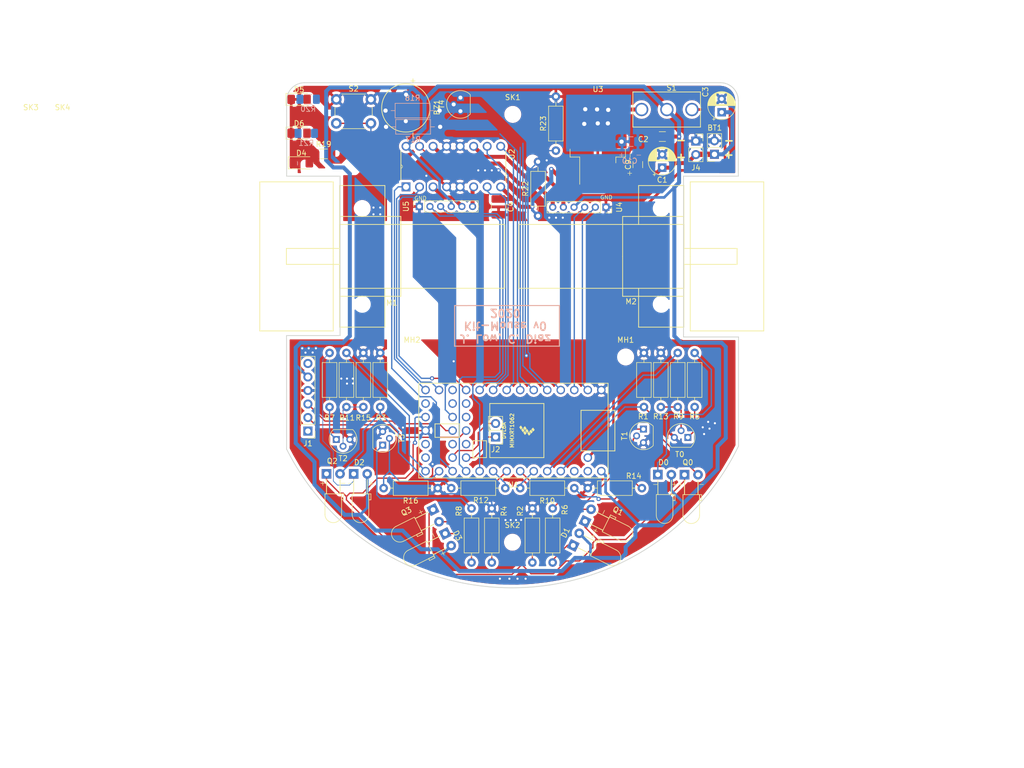
<source format=kicad_pcb>
(kicad_pcb (version 20171130) (host pcbnew "(5.1.7)-1")
  (layers (0 F.Cu signal) (31 B.Cu signal) (34 B.Paste user) (35 F.Paste user) (36 B.SilkS user) (37 F.SilkS user) (38 B.Mask user) (39 F.Mask user) (44 Edge.Cuts user))
  (net 0 "")
  (net 1 /vBatt)
  (net 2 /GND)
  (net 3 /3.3v)
  (net 4 /Reciever_0)
  (net 5 /Reciever_1)
  (net 6 /Reciever_2)
  (net 7 /Reciever_3)
  (net 8 /Emitter_0)
  (net 9 /Emitter_1)
  (net 10 /Emitter_3)
  (net 11 "Net-(U1-Pad18)")
  (net 12 "Net-(U1-Pad19)")
  (net 13 "Net-(U1-Pad15)")
  (net 14 /Emitter_2)
  (net 15 /M2_speed)
  (net 16 /M1_speed)
  (net 17 "Net-(U1-Pad31)")
  (net 18 "Net-(U1-Pad32)")
  (net 19 /5v)
  (net 20 /M1_forward)
  (net 21 /OUT1)
  (net 22 /OUT2)
  (net 23 /M1_backward)
  (net 24 /M2_forward)
  (net 25 /OUT3)
  (net 26 /OUT4)
  (net 27 /M2_backward)
  (net 28 /M2_encoder_B)
  (net 29 /M2_encoder_A)
  (net 30 /M1_encoder_A)
  (net 31 /M1_encoder_B)
  (net 32 /PUSH_SW)
  (net 33 "Net-(D0-Pad1)")
  (net 34 "Net-(D1-Pad1)")
  (net 35 "Net-(D2-Pad1)")
  (net 36 "Net-(D3-Pad1)")
  (net 37 "Net-(R5-Pad2)")
  (net 38 "Net-(R6-Pad2)")
  (net 39 "Net-(R7-Pad2)")
  (net 40 "Net-(R8-Pad2)")
  (net 41 "Net-(R13-Pad2)")
  (net 42 "Net-(R10-Pad1)")
  (net 43 "Net-(R11-Pad1)")
  (net 44 "Net-(R12-Pad1)")
  (net 45 "Net-(C10-Pad1)")
  (net 46 "Net-(U1-Pad12)")
  (net 47 /VUSB)
  (net 48 /Buzzer)
  (net 49 /LED_1)
  (net 50 "Net-(D4-Pad2)")
  (net 51 "Net-(D5-Pad2)")
  (net 52 /LED_2)
  (net 53 /LED_3)
  (net 54 "Net-(D6-Pad2)")
  (net 55 "Net-(J1-Pad1)")
  (net 56 /HC05_RX)
  (net 57 /HC05_TX)
  (net 58 "Net-(J1-Pad6)")
  (net 59 /SDA2)
  (net 60 /SCL2)
  (net 61 "Net-(U1-Pad37)")
  (net 62 "Net-(U1-Pad38)")
  (net 63 "Net-(U1-Pad42)")
  (net 64 "Net-(U1-Pad43)")
  (net 65 "Net-(U1-Pad44)")
  (net 66 "Net-(BZ1-Pad2)")
  (net 67 "Net-(R17-Pad1)")
  (net 68 "Net-(R18-Pad2)")
  (net 69 /V_METER)
  (module Capacitor_SMD:C_1206_3216Metric_Pad1.42x1.75mm_HandSolder (layer F.Cu) (at 188.2505 64.77 180)
    (fp_text reference C2 (at 3.5925 -0.508 180) (layer F.SilkS))
    (fp_text value 0.1uF)
    (pad 1 smd roundrect (at -1.4875 0 180) (size 1.425 1.75) (layers F.Cu F.Paste F.Mask) (roundrect_rratio 0.175439) (net 19 /5v))
    (pad 2 smd roundrect (at 1.4875 0 180) (size 1.425 1.75) (layers F.Cu F.Paste F.Mask) (roundrect_rratio 0.175439) (net 2 /GND))
  )
  (module Capacitor_SMD:C_1210_3225Metric_Pad1.42x2.65mm_HandSolder (layer F.Cu) (at 157.48 77.978 270)
    (fp_text reference C4 (at 0 -2.28 270) (layer F.SilkS))
    (fp_text value 1uF)
    (pad 1 smd roundrect (at -1.4875 0 270) (size 1.425 2.65) (layers F.Cu F.Paste F.Mask) (roundrect_rratio 0.175439) (net 1 /vBatt))
    (pad 2 smd roundrect (at 1.4875 0 270) (size 1.425 2.65) (layers F.Cu F.Paste F.Mask) (roundrect_rratio 0.175439) (net 2 /GND))
  )
  (module Capacitor_THT:CP_Radial_D5.0mm_P2.50mm (layer F.Cu) (at 188.214 70.612 90)
    (fp_text reference C1 (at -2.286 0 180) (layer F.SilkS))
    (fp_text value 100uF)
    (pad 2 thru_hole circle (at 2.5 0 90) (size 1.6 1.6) (drill 0.8) (layers *.Cu *.Mask) (net 2 /GND))
    (pad 1 thru_hole rect (at 0 0 90) (size 1.6 1.6) (drill 0.8) (layers *.Cu *.Mask) (net 1 /vBatt))
  )
  (module Capacitor_THT:CP_Radial_D5.0mm_P2.50mm (layer F.Cu) (at 199.39 60.198 90)
    (fp_text reference C3 (at 3.81 -3.048 90) (layer F.SilkS))
    (fp_text value 100uF)
    (pad 1 thru_hole rect (at 0 0 90) (size 1.6 1.6) (drill 0.8) (layers *.Cu *.Mask) (net 1 /vBatt))
    (pad 2 thru_hole circle (at 2.5 0 90) (size 1.6 1.6) (drill 0.8) (layers *.Cu *.Mask) (net 2 /GND))
  )
  (module "misc:TN0104(TO-92)v2" (layer F.Cu) (at 190.5 121.285)
    (fp_text reference T0 (at 1.016 3.175) (layer F.SilkS))
    (fp_text value Q_NMOS_DGS)
    (pad 3 thru_hole circle (at 0 0 90) (size 1.3 1.3) (drill 0.75) (layers *.Cu *.Mask) (net 2 /GND))
    (pad 1 thru_hole rect (at 2.54 0 90) (size 1.3 1.3) (drill 0.75) (layers *.Cu *.Mask) (net 37 "Net-(R5-Pad2)"))
    (pad 2 thru_hole circle (at 1.27 -1.27 90) (size 1.3 1.3) (drill 0.75) (layers *.Cu *.Mask) (net 41 "Net-(R13-Pad2)"))
  )
  (module "misc:TN0104(TO-92)v2" (layer F.Cu) (at 184.68594 122.26036 90)
    (fp_text reference T1 (at 1.27 -3.56 90) (layer F.SilkS))
    (fp_text value Q_NMOS_DGS)
    (pad 2 thru_hole circle (at 1.27 -1.27 180) (size 1.3 1.3) (drill 0.75) (layers *.Cu *.Mask) (net 42 "Net-(R10-Pad1)"))
    (pad 1 thru_hole rect (at 2.54 0 180) (size 1.3 1.3) (drill 0.75) (layers *.Cu *.Mask) (net 38 "Net-(R6-Pad2)"))
    (pad 3 thru_hole circle (at 0 0 180) (size 1.3 1.3) (drill 0.75) (layers *.Cu *.Mask) (net 2 /GND))
  )
  (module "misc:TN0104(TO-92)v2" (layer F.Cu) (at 129.54 121.666 180)
    (fp_text reference T2 (at 1.27 -3.56 180) (layer F.SilkS))
    (fp_text value Q_NMOS_DGS)
    (pad 3 thru_hole circle (at 0 0 270) (size 1.3 1.3) (drill 0.75) (layers *.Cu *.Mask) (net 2 /GND))
    (pad 1 thru_hole rect (at 2.54 0 270) (size 1.3 1.3) (drill 0.75) (layers *.Cu *.Mask) (net 39 "Net-(R7-Pad2)"))
    (pad 2 thru_hole circle (at 1.27 -1.27 270) (size 1.3 1.3) (drill 0.75) (layers *.Cu *.Mask) (net 43 "Net-(R11-Pad1)"))
  )
  (module "misc:TN0104(TO-92)v2" (layer F.Cu) (at 135.7122 120.1928 270)
    (fp_text reference T3 (at 1.27 -3.56 270) (layer F.SilkS))
    (fp_text value Q_NMOS_DGS)
    (pad 2 thru_hole circle (at 1.27 -1.27) (size 1.3 1.3) (drill 0.75) (layers *.Cu *.Mask) (net 44 "Net-(R12-Pad1)"))
    (pad 1 thru_hole rect (at 2.54 0) (size 1.3 1.3) (drill 0.75) (layers *.Cu *.Mask) (net 40 "Net-(R8-Pad2)"))
    (pad 3 thru_hole circle (at 0 0) (size 1.3 1.3) (drill 0.75) (layers *.Cu *.Mask) (net 2 /GND))
  )
  (module misc:SWITCH_SLIDE_500SSP1S2M2QEA (layer F.Cu) (at 184.404 59.69)
    (fp_text reference S1 (at 5.588 -4.064) (layer F.SilkS))
    (fp_text value EG1218)
    (pad 1 thru_hole circle (at -0.05 0) (size 2.5 2.5) (drill 1.9) (layers *.Cu *.Mask) (net 45 "Net-(C10-Pad1)"))
    (pad 2 thru_hole circle (at 4.7 0) (size 2.5 2.5) (drill 1.9) (layers *.Cu *.Mask) (net 19 /5v))
    (pad 3 thru_hole circle (at 9.4 0) (size 2.5 2.5) (drill 1.9) (layers *.Cu *.Mask) (net 47 /VUSB))
  )
  (module Resistor_THT:R_Axial_DIN0207_L6.3mm_D2.5mm_P10.16mm_Horizontal (layer B.Cu) (at 146.4056 59.8932 180)
    (fp_text reference R18 (at 5.08 2.37) (layer B.SilkS) (effects (justify mirror)))
    (fp_text value R)
    (pad 1 thru_hole circle (at 0 0 180) (size 1.6 1.6) (drill 0.8) (layers *.Cu *.Mask) (net 66 "Net-(BZ1-Pad2)"))
    (pad 2 thru_hole oval (at 10.16 0 180) (size 1.6 1.6) (drill 0.8) (layers *.Cu *.Mask) (net 68 "Net-(R18-Pad2)"))
  )
  (module "misc:9x5.5mm Buzzer" (layer F.Cu) (at 140.0556 59.3852 90)
    (fp_text reference BZ1 (at 0.1 5.842 90) (layer F.SilkS))
    (fp_text value Buzzer)
    (fp_text user - (at -5.08 1.27 90) (layer F.SilkS))
    (fp_text user + (at 5.08 1.27 90) (layer F.SilkS))
    (pad 2 thru_hole circle (at -2.5 0 90) (size 1.524 1.524) (drill 0.762) (layers *.Cu *.Mask) (net 66 "Net-(BZ1-Pad2)"))
    (pad 1 thru_hole circle (at 2.5 0.05 90) (size 1.524 1.524) (drill 0.762) (layers *.Cu *.Mask) (net 19 /5v))
  )
  (module Capacitor_SMD:C_1206_3216Metric_Pad1.42x1.75mm_HandSolder (layer F.Cu) (at 183.642 70.03636 90)
    (fp_text reference C9 (at 0 -1.82 90) (layer F.SilkS))
    (fp_text value 10uF)
    (pad 1 smd roundrect (at -1.4875 0 90) (size 1.425 1.75) (layers F.Cu F.Paste F.Mask) (roundrect_rratio 0.175439) (net 1 /vBatt))
    (pad 2 smd roundrect (at 1.4875 0 90) (size 1.425 1.75) (layers F.Cu F.Paste F.Mask) (roundrect_rratio 0.175439) (net 2 /GND))
  )
  (module Button_Switch_THT:SW_PUSH_6mm (layer F.Cu) (at 127 57.785)
    (fp_text reference S2 (at 3.25 -2) (layer F.SilkS))
    (fp_text value GPTS203211B)
    (pad 2 thru_hole circle (at 0 4.5 90) (size 2 2) (drill 1.1) (layers *.Cu *.Mask) (net 32 /PUSH_SW))
    (pad 1 thru_hole circle (at 0 0 90) (size 2 2) (drill 1.1) (layers *.Cu *.Mask) (net 2 /GND))
    (pad 2 thru_hole circle (at 6.5 4.5 90) (size 2 2) (drill 1.1) (layers *.Cu *.Mask) (net 32 /PUSH_SW))
    (pad 1 thru_hole circle (at 6.5 0 90) (size 2 2) (drill 1.1) (layers *.Cu *.Mask) (net 2 /GND))
  )
  (module Package_TO_SOT_SMD:TO-263-3_TabPin2 (layer F.Cu) (at 176.11598 65.66662 90)
    (fp_text reference U3 (at 9.78662 0.04572 180) (layer F.SilkS))
    (fp_text value LM1085-5.0)
    (pad 1 smd rect (at -5.775 -2.54 90) (size 4.6 1.1) (layers F.Cu F.Paste F.Mask) (net 2 /GND))
    (pad 2 smd rect (at -5.775 0 90) (size 4.6 1.1) (layers F.Cu F.Paste F.Mask) (net 45 "Net-(C10-Pad1)"))
    (pad 3 smd rect (at -5.775 2.54 90) (size 4.6 1.1) (layers F.Cu F.Paste F.Mask) (net 1 /vBatt))
    (pad 2 smd rect (at 3.375 0 90) (size 9.4 10.8) (layers F.Cu F.Mask) (net 45 "Net-(C10-Pad1)"))
  )
  (module Resistor_THT:R_Axial_DIN0207_L6.3mm_D2.5mm_P10.16mm_Horizontal (layer F.Cu) (at 128.905 115.57 90)
    (fp_text reference R11 (at -2.032 0.127 180) (layer F.SilkS))
    (fp_text value 1k)
    (pad 1 thru_hole circle (at 0 0 90) (size 1.6 1.6) (drill 0.8) (layers *.Cu *.Mask) (net 43 "Net-(R11-Pad1)"))
    (pad 2 thru_hole oval (at 10.16 0 90) (size 1.6 1.6) (drill 0.8) (layers *.Cu *.Mask) (net 14 /Emitter_2))
  )
  (module Resistor_THT:R_Axial_DIN0207_L6.3mm_D2.5mm_P10.16mm_Horizontal (layer F.Cu) (at 156.21 134.62 270)
    (fp_text reference R4 (at 0.508 -2.286 270) (layer F.SilkS))
    (fp_text value 1.8k)
    (pad 2 thru_hole oval (at 10.16 0 270) (size 1.6 1.6) (drill 0.8) (layers *.Cu *.Mask) (net 7 /Reciever_3))
    (pad 1 thru_hole circle (at 0 0 270) (size 1.6 1.6) (drill 0.8) (layers *.Cu *.Mask) (net 2 /GND))
  )
  (module Resistor_THT:R_Axial_DIN0207_L6.3mm_D2.5mm_P10.16mm_Horizontal (layer F.Cu) (at 184.785 105.41 270)
    (fp_text reference R1 (at 11.938 0.127) (layer F.SilkS))
    (fp_text value 1.8k)
    (pad 1 thru_hole circle (at 0 0 270) (size 1.6 1.6) (drill 0.8) (layers *.Cu *.Mask) (net 2 /GND))
    (pad 2 thru_hole oval (at 10.16 0 270) (size 1.6 1.6) (drill 0.8) (layers *.Cu *.Mask) (net 4 /Reciever_0))
  )
  (module Resistor_THT:R_Axial_DIN0207_L6.3mm_D2.5mm_P10.16mm_Horizontal (layer F.Cu) (at 135.255 105.41 270)
    (fp_text reference R3 (at 12.192 -0.127) (layer F.SilkS))
    (fp_text value 1.8k)
    (pad 2 thru_hole oval (at 10.16 0 270) (size 1.6 1.6) (drill 0.8) (layers *.Cu *.Mask) (net 6 /Reciever_2))
    (pad 1 thru_hole circle (at 0 0 270) (size 1.6 1.6) (drill 0.8) (layers *.Cu *.Mask) (net 2 /GND))
  )
  (module Resistor_THT:R_Axial_DIN0207_L6.3mm_D2.5mm_P10.16mm_Horizontal (layer B.Cu) (at 136.3472 62.9412)
    (fp_text reference R17 (at 5.08 2.37) (layer B.SilkS) (effects (justify mirror)))
    (fp_text value 47k)
    (pad 1 thru_hole circle (at 0 0) (size 1.6 1.6) (drill 0.8) (layers *.Cu *.Mask) (net 67 "Net-(R17-Pad1)"))
    (pad 2 thru_hole oval (at 10.16 0) (size 1.6 1.6) (drill 0.8) (layers *.Cu *.Mask) (net 48 /Buzzer))
  )
  (module Resistor_THT:R_Axial_DIN0207_L6.3mm_D2.5mm_P10.16mm_Horizontal (layer F.Cu) (at 146.05 130.81 180)
    (fp_text reference R16 (at 5.08 -2.37 180) (layer F.SilkS))
    (fp_text value 47k)
    (pad 2 thru_hole oval (at 10.16 0 180) (size 1.6 1.6) (drill 0.8) (layers *.Cu *.Mask) (net 44 "Net-(R12-Pad1)"))
    (pad 1 thru_hole circle (at 0 0 180) (size 1.6 1.6) (drill 0.8) (layers *.Cu *.Mask) (net 2 /GND))
  )
  (module Resistor_THT:R_Axial_DIN0207_L6.3mm_D2.5mm_P10.16mm_Horizontal (layer F.Cu) (at 163.83 134.62 270)
    (fp_text reference R2 (at 0.508 2.286 270) (layer F.SilkS))
    (fp_text value 1.8k)
    (pad 1 thru_hole circle (at 0 0 270) (size 1.6 1.6) (drill 0.8) (layers *.Cu *.Mask) (net 2 /GND))
    (pad 2 thru_hole oval (at 10.16 0 270) (size 1.6 1.6) (drill 0.8) (layers *.Cu *.Mask) (net 5 /Reciever_1))
  )
  (module Resistor_THT:R_Axial_DIN0207_L6.3mm_D2.5mm_P10.16mm_Horizontal (layer F.Cu) (at 132.08 105.41 270)
    (fp_text reference R15 (at 12.192 0) (layer F.SilkS))
    (fp_text value 47k)
    (pad 2 thru_hole oval (at 10.16 0 270) (size 1.6 1.6) (drill 0.8) (layers *.Cu *.Mask) (net 43 "Net-(R11-Pad1)"))
    (pad 1 thru_hole circle (at 0 0 270) (size 1.6 1.6) (drill 0.8) (layers *.Cu *.Mask) (net 2 /GND))
  )
  (module Resistor_THT:R_Axial_DIN0207_L6.3mm_D2.5mm_P10.16mm_Horizontal (layer F.Cu) (at 174.244 130.81)
    (fp_text reference R14 (at 8.636 -2.286) (layer F.SilkS))
    (fp_text value 47k)
    (pad 1 thru_hole circle (at 0 0) (size 1.6 1.6) (drill 0.8) (layers *.Cu *.Mask) (net 2 /GND))
    (pad 2 thru_hole oval (at 10.16 0) (size 1.6 1.6) (drill 0.8) (layers *.Cu *.Mask) (net 42 "Net-(R10-Pad1)"))
  )
  (module Resistor_THT:R_Axial_DIN0207_L6.3mm_D2.5mm_P10.16mm_Horizontal (layer F.Cu) (at 171.704 130.81 180)
    (fp_text reference R10 (at 5.08 -2.37 180) (layer F.SilkS))
    (fp_text value 1k)
    (pad 2 thru_hole oval (at 10.16 0 180) (size 1.6 1.6) (drill 0.8) (layers *.Cu *.Mask) (net 9 /Emitter_1))
    (pad 1 thru_hole circle (at 0 0 180) (size 1.6 1.6) (drill 0.8) (layers *.Cu *.Mask) (net 42 "Net-(R10-Pad1)"))
  )
  (module Resistor_THT:R_Axial_DIN0207_L6.3mm_D2.5mm_P10.16mm_Horizontal (layer F.Cu) (at 191.135 115.57 90)
    (fp_text reference R9 (at -1.778 0.127 180) (layer F.SilkS))
    (fp_text value 1k)
    (pad 1 thru_hole circle (at 0 0 90) (size 1.6 1.6) (drill 0.8) (layers *.Cu *.Mask) (net 41 "Net-(R13-Pad2)"))
    (pad 2 thru_hole oval (at 10.16 0 90) (size 1.6 1.6) (drill 0.8) (layers *.Cu *.Mask) (net 8 /Emitter_0))
  )
  (module Resistor_THT:R_Axial_DIN0207_L6.3mm_D2.5mm_P10.16mm_Horizontal (layer F.Cu) (at 152.4 144.78 90)
    (fp_text reference R8 (at 9.652 -2.37 90) (layer F.SilkS))
    (fp_text value 35)
    (pad 2 thru_hole oval (at 10.16 0 90) (size 1.6 1.6) (drill 0.8) (layers *.Cu *.Mask) (net 40 "Net-(R8-Pad2)"))
    (pad 1 thru_hole circle (at 0 0 90) (size 1.6 1.6) (drill 0.8) (layers *.Cu *.Mask) (net 36 "Net-(D3-Pad1)"))
  )
  (module Resistor_THT:R_Axial_DIN0207_L6.3mm_D2.5mm_P10.16mm_Horizontal (layer F.Cu) (at 125.73 105.41 270)
    (fp_text reference R7 (at 12.192 0) (layer F.SilkS))
    (fp_text value 35)
    (pad 1 thru_hole circle (at 0 0 270) (size 1.6 1.6) (drill 0.8) (layers *.Cu *.Mask) (net 35 "Net-(D2-Pad1)"))
    (pad 2 thru_hole oval (at 10.16 0 270) (size 1.6 1.6) (drill 0.8) (layers *.Cu *.Mask) (net 39 "Net-(R7-Pad2)"))
  )
  (module Resistor_THT:R_Axial_DIN0207_L6.3mm_D2.5mm_P10.16mm_Horizontal (layer F.Cu) (at 167.64 144.78 90)
    (fp_text reference R6 (at 9.906 2.286 90) (layer F.SilkS))
    (fp_text value 35)
    (pad 2 thru_hole oval (at 10.16 0 90) (size 1.6 1.6) (drill 0.8) (layers *.Cu *.Mask) (net 38 "Net-(R6-Pad2)"))
    (pad 1 thru_hole circle (at 0 0 90) (size 1.6 1.6) (drill 0.8) (layers *.Cu *.Mask) (net 34 "Net-(D1-Pad1)"))
  )
  (module Resistor_THT:R_Axial_DIN0207_L6.3mm_D2.5mm_P10.16mm_Horizontal (layer F.Cu) (at 194.31 105.41 270)
    (fp_text reference R5 (at 11.938 0 180) (layer F.SilkS))
    (fp_text value 35)
    (pad 1 thru_hole circle (at 0 0 270) (size 1.6 1.6) (drill 0.8) (layers *.Cu *.Mask) (net 33 "Net-(D0-Pad1)"))
    (pad 2 thru_hole oval (at 10.16 0 270) (size 1.6 1.6) (drill 0.8) (layers *.Cu *.Mask) (net 37 "Net-(R5-Pad2)"))
  )
  (module Resistor_THT:R_Axial_DIN0207_L6.3mm_D2.5mm_P10.16mm_Horizontal (layer F.Cu) (at 187.96 105.41 270)
    (fp_text reference R13 (at 11.938 0) (layer F.SilkS))
    (fp_text value 47k)
    (pad 2 thru_hole oval (at 10.16 0 270) (size 1.6 1.6) (drill 0.8) (layers *.Cu *.Mask) (net 41 "Net-(R13-Pad2)"))
    (pad 1 thru_hole circle (at 0 0 270) (size 1.6 1.6) (drill 0.8) (layers *.Cu *.Mask) (net 2 /GND))
  )
  (module Resistor_THT:R_Axial_DIN0207_L6.3mm_D2.5mm_P10.16mm_Horizontal (layer F.Cu) (at 148.59 130.81)
    (fp_text reference R12 (at 5.588 2.286) (layer F.SilkS))
    (fp_text value 1k)
    (pad 1 thru_hole circle (at 0 0) (size 1.6 1.6) (drill 0.8) (layers *.Cu *.Mask) (net 44 "Net-(R12-Pad1)"))
    (pad 2 thru_hole oval (at 10.16 0) (size 1.6 1.6) (drill 0.8) (layers *.Cu *.Mask) (net 10 /Emitter_3))
  )
  (module LED_THT:LED_D3.0mm_Horizontal_O3.81mm_Z2.0mm (layer F.Cu) (at 125.160529 128.125605)
    (fp_text reference Q2 (at 1.077471 -2.395605 180) (layer F.SilkS))
    (fp_text value Q_Photo_NPN)
    (pad 1 thru_hole rect (at 0 0) (size 1.8 1.8) (drill 0.9) (layers *.Cu *.Mask) (net 3 /3.3v))
    (pad 2 thru_hole circle (at 2.54 0) (size 1.8 1.8) (drill 0.9) (layers *.Cu *.Mask) (net 6 /Reciever_2))
  )
  (module LED_THT:LED_D3.0mm_Horizontal_O3.81mm_Z2.0mm (layer F.Cu) (at 187.39612 128.27)
    (fp_text reference D0 (at 1.07188 -2.286 180) (layer F.SilkS))
    (fp_text value SFH4545)
    (pad 2 thru_hole circle (at 2.54 0) (size 1.8 1.8) (drill 0.9) (layers *.Cu *.Mask) (net 19 /5v))
    (pad 1 thru_hole rect (at 0 0) (size 1.8 1.8) (drill 0.9) (layers *.Cu *.Mask) (net 33 "Net-(D0-Pad1)"))
  )
  (module LED_THT:LED_D3.0mm_Horizontal_O3.81mm_Z2.0mm (layer F.Cu) (at 173.7233 137.0584 63.5)
    (fp_text reference Q1 (at 4.502036 4.674892 153.5) (layer F.SilkS))
    (fp_text value Q_Photo_NPN)
    (pad 2 thru_hole circle (at 2.54 0 63.5) (size 1.8 1.8) (drill 0.9) (layers *.Cu *.Mask) (net 5 /Reciever_1))
    (pad 1 thru_hole rect (at 0 0 63.5) (size 1.8 1.8) (drill 0.9) (layers *.Cu *.Mask) (net 3 /3.3v))
  )
  (module Connector_PinSocket_2.54mm:PinSocket_1x02_P2.54mm_Vertical (layer F.Cu) (at 198.03872 68.10248 180)
    (fp_text reference BT1 (at -0.04064 4.97586 180) (layer F.SilkS))
    (fp_text value Battery_Cell)
    (pad 1 thru_hole rect (at 0 0 180) (size 1.7 1.7) (drill 1) (layers *.Cu *.Mask) (net 1 /vBatt))
    (pad 2 thru_hole oval (at 0 2.54 180) (size 1.7 1.7) (drill 1) (layers *.Cu *.Mask) (net 2 /GND))
  )
  (module LED_THT:LED_D3.0mm_Horizontal_O3.81mm_Z2.0mm (layer F.Cu) (at 171.5008 141.5669 63.5)
    (fp_text reference D1 (at 1.479374 -2.355361 63.5) (layer F.SilkS))
    (fp_text value SFH4545)
    (pad 1 thru_hole rect (at 0 0 63.5) (size 1.8 1.8) (drill 0.9) (layers *.Cu *.Mask) (net 34 "Net-(D1-Pad1)"))
    (pad 2 thru_hole circle (at 2.54 0 63.5) (size 1.8 1.8) (drill 0.9) (layers *.Cu *.Mask) (net 19 /5v))
  )
  (module LED_THT:LED_D3.0mm_Horizontal_O3.81mm_Z2.0mm (layer F.Cu) (at 130.26898 128.13284)
    (fp_text reference D2 (at 1.04902 -2.14884 180) (layer F.SilkS))
    (fp_text value SFH4545)
    (pad 2 thru_hole circle (at 2.54 0) (size 1.8 1.8) (drill 0.9) (layers *.Cu *.Mask) (net 19 /5v))
    (pad 1 thru_hole rect (at 0 0) (size 1.8 1.8) (drill 0.9) (layers *.Cu *.Mask) (net 35 "Net-(D2-Pad1)"))
  )
  (module LED_THT:LED_D3.0mm_Horizontal_O3.81mm_Z2.0mm (layer F.Cu) (at 147.447 139.3444 296.5)
    (fp_text reference D3 (at 1.372312 -1.89855 296.5) (layer F.SilkS))
    (fp_text value SFH4545)
    (pad 1 thru_hole rect (at 0 0 296.5) (size 1.8 1.8) (drill 0.9) (layers *.Cu *.Mask) (net 36 "Net-(D3-Pad1)"))
    (pad 2 thru_hole circle (at 2.54 0 296.5) (size 1.8 1.8) (drill 0.9) (layers *.Cu *.Mask) (net 19 /5v))
  )
  (module LED_THT:LED_D3.0mm_Horizontal_O3.81mm_Z2.0mm (layer F.Cu) (at 192.409297 128.285645)
    (fp_text reference Q0 (at 0.630703 -2.301645 180) (layer F.SilkS))
    (fp_text value Q_Photo_NPN)
    (pad 1 thru_hole rect (at 0 0) (size 1.8 1.8) (drill 0.9) (layers *.Cu *.Mask) (net 3 /3.3v))
    (pad 2 thru_hole circle (at 2.54 0) (size 1.8 1.8) (drill 0.9) (layers *.Cu *.Mask) (net 4 /Reciever_0))
  )
  (module LED_THT:LED_D3.0mm_Horizontal_O3.81mm_Z2.0mm (layer F.Cu) (at 145.170658 134.848767 296.5)
    (fp_text reference Q3 (at -1.916645 4.635083 26.5) (layer F.SilkS))
    (fp_text value Q_Photo_NPN)
    (pad 2 thru_hole circle (at 2.54 0 296.5) (size 1.8 1.8) (drill 0.9) (layers *.Cu *.Mask) (net 7 /Reciever_3))
    (pad 1 thru_hole rect (at 0 0 296.5) (size 1.8 1.8) (drill 0.9) (layers *.Cu *.Mask) (net 3 /3.3v))
  )
  (module SN754410NE.kicad_mod:DIP254P762X508-16 (layer F.Cu) (at 157.87878 66.59372 90)
    (fp_text reference U2 (at -1.47828 2.10566 90) (layer F.SilkS))
    (fp_text value "SN754410NE (Half-Bridge)" hide)
    (pad 1 thru_hole rect (at -7.62 -17.78 90) (size 1.6764 1.6764) (drill 1.1176) (layers *.Cu *.Mask) (net 16 /M1_speed))
    (pad 2 thru_hole circle (at -7.62 -15.24 90) (size 1.6764 1.6764) (drill 1.1176) (layers *.Cu *.Mask) (net 20 /M1_forward))
    (pad 3 thru_hole circle (at -7.62 -12.7 90) (size 1.6764 1.6764) (drill 1.1176) (layers *.Cu *.Mask) (net 21 /OUT1))
    (pad 4 thru_hole circle (at -7.62 -10.16 90) (size 1.6764 1.6764) (drill 1.1176) (layers *.Cu *.Mask) (net 2 /GND))
    (pad 5 thru_hole circle (at -7.62 -7.62 90) (size 1.6764 1.6764) (drill 1.1176) (layers *.Cu *.Mask) (net 2 /GND))
    (pad 6 thru_hole circle (at -7.62 -5.08 90) (size 1.6764 1.6764) (drill 1.1176) (layers *.Cu *.Mask) (net 22 /OUT2))
    (pad 7 thru_hole circle (at -7.62 -2.54 90) (size 1.6764 1.6764) (drill 1.1176) (layers *.Cu *.Mask) (net 23 /M1_backward))
    (pad 8 thru_hole circle (at -7.62 0 90) (size 1.6764 1.6764) (drill 1.1176) (layers *.Cu *.Mask) (net 1 /vBatt))
    (pad 9 thru_hole circle (at 0 0 90) (size 1.6764 1.6764) (drill 1.1176) (layers *.Cu *.Mask) (net 15 /M2_speed))
    (pad 10 thru_hole circle (at 0 -2.54 90) (size 1.6764 1.6764) (drill 1.1176) (layers *.Cu *.Mask) (net 24 /M2_forward))
    (pad 11 thru_hole circle (at 0 -5.08 90) (size 1.6764 1.6764) (drill 1.1176) (layers *.Cu *.Mask) (net 25 /OUT3))
    (pad 12 thru_hole circle (at 0 -7.62 90) (size 1.6764 1.6764) (drill 1.1176) (layers *.Cu *.Mask) (net 2 /GND))
    (pad 13 thru_hole circle (at 0 -10.16 90) (size 1.6764 1.6764) (drill 1.1176) (layers *.Cu *.Mask) (net 2 /GND))
    (pad 14 thru_hole circle (at 0 -12.7 90) (size 1.6764 1.6764) (drill 1.1176) (layers *.Cu *.Mask) (net 26 /OUT4))
    (pad 15 thru_hole circle (at 0 -15.24 90) (size 1.6764 1.6764) (drill 1.1176) (layers *.Cu *.Mask) (net 27 /M2_backward))
    (pad 16 thru_hole circle (at 0 -17.78 90) (size 1.6764 1.6764) (drill 1.1176) (layers *.Cu *.Mask) (net 19 /5v))
  )
  (module misc:Motor_mouse (layer F.Cu) (at 158.623 87.2744)
    (fp_text reference M1 (at -21.209 8.7376) (layer F.SilkS))
    (fp_text value Motor_DC)
    (pad "" np_thru_hole circle (at -26.75 9) (size 2.1844 2.1844) (drill 2.1844) (layers *.Cu *.Mask))
    (pad "" np_thru_hole circle (at -26.75 -9) (size 2.1844 2.1844) (drill 2.1844) (layers *.Cu *.Mask))
  )
  (module misc:Motor_mouse (layer F.Cu) (at 161.29 87.2744 180)
    (fp_text reference M2 (at -21.082 -8.4836 180) (layer F.SilkS))
    (fp_text value Motor_DC)
    (pad "" np_thru_hole circle (at -26.75 9 180) (size 2.1844 2.1844) (drill 2.1844) (layers *.Cu *.Mask))
    (pad "" np_thru_hole circle (at -26.75 -9 180) (size 2.1844 2.1844) (drill 2.1844) (layers *.Cu *.Mask))
  )
  (module Connector_PinSocket_2.54mm:PinSocket_1x02_P2.54mm_Vertical (layer F.Cu) (at 194.53352 65.61328)
    (fp_text reference J4 (at 0.01524 4.99872 180) (layer F.SilkS))
    (fp_text value I2C_Conn)
    (pad 1 thru_hole rect (at 0 0) (size 1.7 1.7) (drill 1) (layers *.Cu *.Mask) (net 2 /GND))
    (pad 2 thru_hole oval (at 0 2.54) (size 1.7 1.7) (drill 1) (layers *.Cu *.Mask) (net 1 /vBatt))
  )
  (module Connector_PinSocket_2.00mm:PinSocket_1x06_P2.00mm_Vertical (layer F.Cu) (at 177.65524 78.03896 270)
    (fp_text reference U4 (at 0 -2.5 270) (layer F.SilkS))
    (fp_text value Encoder_3081)
    (pad 6 thru_hole oval (at 0 10 270) (size 1.35 1.35) (drill 0.8) (layers *.Cu *.Mask) (net 26 /OUT4))
    (pad 5 thru_hole oval (at 0 8 270) (size 1.35 1.35) (drill 0.8) (layers *.Cu *.Mask) (net 25 /OUT3))
    (pad 4 thru_hole oval (at 0 6 270) (size 1.35 1.35) (drill 0.8) (layers *.Cu *.Mask) (net 19 /5v))
    (pad 3 thru_hole oval (at 0 4 270) (size 1.35 1.35) (drill 0.8) (layers *.Cu *.Mask) (net 29 /M2_encoder_A))
    (pad 2 thru_hole oval (at 0 2 270) (size 1.35 1.35) (drill 0.8) (layers *.Cu *.Mask) (net 28 /M2_encoder_B))
    (pad 1 thru_hole rect (at 0 0 270) (size 1.35 1.35) (drill 0.8) (layers *.Cu *.Mask) (net 2 /GND))
  )
  (module Connector_PinSocket_2.00mm:PinSocket_1x06_P2.00mm_Vertical (layer F.Cu) (at 142.5956 77.9018 90)
    (fp_text reference U5 (at 0 -2.5 90) (layer F.SilkS))
    (fp_text value Encoder_3081)
    (pad 1 thru_hole rect (at 0 0 90) (size 1.35 1.35) (drill 0.8) (layers *.Cu *.Mask) (net 2 /GND))
    (pad 2 thru_hole oval (at 0 2 90) (size 1.35 1.35) (drill 0.8) (layers *.Cu *.Mask) (net 31 /M1_encoder_B))
    (pad 3 thru_hole oval (at 0 4 90) (size 1.35 1.35) (drill 0.8) (layers *.Cu *.Mask) (net 30 /M1_encoder_A))
    (pad 4 thru_hole oval (at 0 6 90) (size 1.35 1.35) (drill 0.8) (layers *.Cu *.Mask) (net 19 /5v))
    (pad 5 thru_hole oval (at 0 8 90) (size 1.35 1.35) (drill 0.8) (layers *.Cu *.Mask) (net 21 /OUT1))
    (pad 6 thru_hole oval (at 0 10 90) (size 1.35 1.35) (drill 0.8) (layers *.Cu *.Mask) (net 22 /OUT2))
  )
  (module Capacitor_SMD:C_1206_3216Metric_Pad1.42x1.75mm_HandSolder (layer B.Cu) (at 182.16974 65.71742)
    (fp_text reference C10 (at -0.05174 3.62458) (layer B.SilkS) (effects (justify mirror)))
    (fp_text value "10uF(Tantalum)")
    (pad 1 smd roundrect (at -1.4875 0) (size 1.425 1.75) (layers B.Cu B.Paste B.Mask) (roundrect_rratio 0.175439) (net 45 "Net-(C10-Pad1)"))
    (pad 2 smd roundrect (at 1.4875 0) (size 1.425 1.75) (layers B.Cu B.Paste B.Mask) (roundrect_rratio 0.175439) (net 2 /GND))
  )
  (module Connector_PinHeader_2.54mm:PinHeader_1x06_P2.54mm_Vertical (layer F.Cu) (at 121.666 120.0912 180)
    (fp_text reference J1 (at 0 -2.33) (layer F.SilkS))
    (fp_text value Conn_01x06_Female)
    (pad 1 thru_hole rect (at 0 0 180) (size 1.7 1.7) (drill 1) (layers *.Cu *.Mask) (net 55 "Net-(J1-Pad1)"))
    (pad 2 thru_hole oval (at 0 2.54 180) (size 1.7 1.7) (drill 1) (layers *.Cu *.Mask) (net 56 /HC05_RX))
    (pad 3 thru_hole oval (at 0 5.08 180) (size 1.7 1.7) (drill 1) (layers *.Cu *.Mask) (net 57 /HC05_TX))
    (pad 4 thru_hole oval (at 0 7.62 180) (size 1.7 1.7) (drill 1) (layers *.Cu *.Mask) (net 2 /GND))
    (pad 5 thru_hole oval (at 0 10.16 180) (size 1.7 1.7) (drill 1) (layers *.Cu *.Mask) (net 19 /5v))
    (pad 6 thru_hole oval (at 0 12.7 180) (size 1.7 1.7) (drill 1) (layers *.Cu *.Mask) (net 58 "Net-(J1-Pad6)"))
  )
  (module teensy:Teensy40 (layer F.Cu) (at 160.274 120 180)
    (fp_text reference U1 (at 0 -10.16) (layer F.SilkS))
    (fp_text value Teensy4.0)
    (fp_text user MIMXRT1062 (at 0.254 0 90) (layer F.SilkS) (effects (font (size 0.7 0.7))))
    (fp_text user DVL6A (at 1.778 0 90) (layer F.SilkS) (effects (font (size 0.7 0.7))))
    (pad 17 thru_hole circle (at 16.51 0 180) (size 1.6 1.6) (drill 1.1) (layers *.Cu *.Mask) (net 2 /GND))
    (pad 18 thru_hole circle (at 16.51 -2.54 180) (size 1.6 1.6) (drill 1.1) (layers *.Cu *.Mask) (net 11 "Net-(U1-Pad18)"))
    (pad 19 thru_hole circle (at 16.51 -5.08 180) (size 1.6 1.6) (drill 1.1) (layers *.Cu *.Mask) (net 12 "Net-(U1-Pad19)"))
    (pad 20 thru_hole circle (at 16.51 -7.62 180) (size 1.6 1.6) (drill 1.1) (layers *.Cu *.Mask) (net 14 /Emitter_2))
    (pad 16 thru_hole circle (at 16.51 2.54 180) (size 1.6 1.6) (drill 1.1) (layers *.Cu *.Mask) (net 3 /3.3v))
    (pad 15 thru_hole circle (at 16.51 5.08 180) (size 1.6 1.6) (drill 1.1) (layers *.Cu *.Mask) (net 13 "Net-(U1-Pad15)"))
    (pad 14 thru_hole circle (at 16.51 7.62 180) (size 1.6 1.6) (drill 1.1) (layers *.Cu *.Mask) (net 16 /M1_speed))
    (pad 21 thru_hole circle (at 13.97 -7.62 180) (size 1.6 1.6) (drill 1.1) (layers *.Cu *.Mask) (net 6 /Reciever_2))
    (pad 22 thru_hole circle (at 11.43 -7.62 180) (size 1.6 1.6) (drill 1.1) (layers *.Cu *.Mask) (net 32 /PUSH_SW))
    (pad 23 thru_hole circle (at 8.89 -7.62 180) (size 1.6 1.6) (drill 1.1) (layers *.Cu *.Mask) (net 31 /M1_encoder_B))
    (pad 24 thru_hole circle (at 6.35 -7.62 180) (size 1.6 1.6) (drill 1.1) (layers *.Cu *.Mask) (net 30 /M1_encoder_A))
    (pad 25 thru_hole circle (at 3.81 -7.62 180) (size 1.6 1.6) (drill 1.1) (layers *.Cu *.Mask) (net 10 /Emitter_3))
    (pad 26 thru_hole circle (at 1.27 -7.62 180) (size 1.6 1.6) (drill 1.1) (layers *.Cu *.Mask) (net 7 /Reciever_3))
    (pad 27 thru_hole circle (at -1.27 -7.62 180) (size 1.6 1.6) (drill 1.1) (layers *.Cu *.Mask) (net 5 /Reciever_1))
    (pad 28 thru_hole circle (at -3.81 -7.62 180) (size 1.6 1.6) (drill 1.1) (layers *.Cu *.Mask) (net 9 /Emitter_1))
    (pad 29 thru_hole circle (at -6.35 -7.62 180) (size 1.6 1.6) (drill 1.1) (layers *.Cu *.Mask) (net 8 /Emitter_0))
    (pad 30 thru_hole circle (at -8.89 -7.62 180) (size 1.6 1.6) (drill 1.1) (layers *.Cu *.Mask) (net 4 /Reciever_0))
    (pad 31 thru_hole circle (at -11.43 -7.62 180) (size 1.6 1.6) (drill 1.1) (layers *.Cu *.Mask) (net 17 "Net-(U1-Pad31)"))
    (pad 32 thru_hole circle (at -13.97 -7.62 180) (size 1.6 1.6) (drill 1.1) (layers *.Cu *.Mask) (net 18 "Net-(U1-Pad32)"))
    (pad 33 thru_hole circle (at -16.51 -7.62 180) (size 1.6 1.6) (drill 1.1) (layers *.Cu *.Mask) (net 19 /5v))
    (pad 34 thru_hole circle (at -13.97 -5.08 180) (size 1.6 1.6) (drill 1.1) (layers *.Cu *.Mask) (net 47 /VUSB))
    (pad 13 thru_hole circle (at 13.97 7.62 180) (size 1.6 1.6) (drill 1.1) (layers *.Cu *.Mask) (net 20 /M1_forward))
    (pad 12 thru_hole circle (at 11.43 7.62 180) (size 1.6 1.6) (drill 1.1) (layers *.Cu *.Mask) (net 46 "Net-(U1-Pad12)"))
    (pad 11 thru_hole circle (at 8.89 7.62 180) (size 1.6 1.6) (drill 1.1) (layers *.Cu *.Mask) (net 27 /M2_backward))
    (pad 10 thru_hole circle (at 6.35 7.62 180) (size 1.6 1.6) (drill 1.1) (layers *.Cu *.Mask) (net 23 /M1_backward))
    (pad 9 thru_hole circle (at 3.81 7.62 180) (size 1.6 1.6) (drill 1.1) (layers *.Cu *.Mask) (net 24 /M2_forward))
    (pad 8 thru_hole circle (at 1.27 7.62 180) (size 1.6 1.6) (drill 1.1) (layers *.Cu *.Mask) (net 15 /M2_speed))
    (pad 7 thru_hole circle (at -1.27 7.62 180) (size 1.6 1.6) (drill 1.1) (layers *.Cu *.Mask) (net 49 /LED_1))
    (pad 6 thru_hole circle (at -3.81 7.62 180) (size 1.6 1.6) (drill 1.1) (layers *.Cu *.Mask) (net 53 /LED_3))
    (pad 5 thru_hole circle (at -6.35 7.62 180) (size 1.6 1.6) (drill 1.1) (layers *.Cu *.Mask) (net 52 /LED_2))
    (pad 4 thru_hole circle (at -8.89 7.62 180) (size 1.6 1.6) (drill 1.1) (layers *.Cu *.Mask) (net 48 /Buzzer))
    (pad 3 thru_hole circle (at -11.43 7.62 180) (size 1.6 1.6) (drill 1.1) (layers *.Cu *.Mask) (net 29 /M2_encoder_A))
    (pad 2 thru_hole circle (at -13.97 7.62 180) (size 1.6 1.6) (drill 1.1) (layers *.Cu *.Mask) (net 28 /M2_encoder_B))
    (pad 1 thru_hole circle (at -16.51 7.62 180) (size 1.6 1.6) (drill 1.1) (layers *.Cu *.Mask) (net 2 /GND))
    (pad 35 thru_hole circle (at 11.43 -5.08 180) (size 1.6 1.6) (drill 1.1) (layers *.Cu *.Mask) (net 60 /SCL2))
    (pad 36 thru_hole circle (at 8.89 -5.08 180) (size 1.6 1.6) (drill 1.1) (layers *.Cu *.Mask) (net 59 /SDA2))
    (pad 37 thru_hole circle (at 11.43 -2.54 180) (size 1.6 1.6) (drill 1.1) (layers *.Cu *.Mask) (net 61 "Net-(U1-Pad37)"))
    (pad 38 thru_hole circle (at 8.89 -2.54 180) (size 1.6 1.6) (drill 1.1) (layers *.Cu *.Mask) (net 62 "Net-(U1-Pad38)"))
    (pad 39 thru_hole circle (at 11.43 0 180) (size 1.6 1.6) (drill 1.1) (layers *.Cu *.Mask) (net 57 /HC05_TX))
    (pad 40 thru_hole circle (at 8.89 0 180) (size 1.6 1.6) (drill 1.1) (layers *.Cu *.Mask) (net 56 /HC05_RX))
    (pad 41 thru_hole circle (at 11.43 2.54 180) (size 1.6 1.6) (drill 1.1) (layers *.Cu *.Mask) (net 69 /V_METER))
    (pad 42 thru_hole circle (at 8.89 2.54 180) (size 1.6 1.6) (drill 1.1) (layers *.Cu *.Mask) (net 63 "Net-(U1-Pad42)"))
    (pad 43 thru_hole circle (at 11.43 5.08 180) (size 1.6 1.6) (drill 1.1) (layers *.Cu *.Mask) (net 64 "Net-(U1-Pad43)"))
    (pad 44 thru_hole circle (at 8.89 5.08 180) (size 1.6 1.6) (drill 1.1) (layers *.Cu *.Mask) (net 65 "Net-(U1-Pad44)"))
  )
  (module Connector_PinHeader_2.54mm:PinHeader_1x02_P2.54mm_Vertical (layer F.Cu) (at 156.9212 121.2088 180)
    (fp_text reference J2 (at 0 -2.33) (layer F.SilkS))
    (fp_text value Conn_01x02_Female)
    (pad 1 thru_hole rect (at 0 0 180) (size 1.7 1.7) (drill 1) (layers *.Cu *.Mask) (net 59 /SDA2))
    (pad 2 thru_hole oval (at 0 2.54 180) (size 1.7 1.7) (drill 1) (layers *.Cu *.Mask) (net 60 /SCL2))
  )
  (module LED_SMD:LED_1206_3216Metric_Pad1.42x1.75mm_HandSolder (layer F.Cu) (at 120.4468 69.6976)
    (fp_text reference D4 (at 0 -1.82) (layer F.SilkS))
    (fp_text value LED)
    (pad 2 smd roundrect (at 1.4875 0) (size 1.425 1.75) (layers F.Cu F.Paste F.Mask) (roundrect_rratio 0.175439) (net 50 "Net-(D4-Pad2)"))
    (pad 1 smd roundrect (at -1.4875 0) (size 1.425 1.75) (layers F.Cu F.Paste F.Mask) (roundrect_rratio 0.175439) (net 2 /GND))
  )
  (module LED_SMD:LED_1206_3216Metric_Pad1.42x1.75mm_HandSolder (layer F.Cu) (at 120.015 57.785)
    (fp_text reference D5 (at 0 -1.82) (layer F.SilkS))
    (fp_text value LED)
    (pad 1 smd roundrect (at -1.4875 0) (size 1.425 1.75) (layers F.Cu F.Paste F.Mask) (roundrect_rratio 0.175439) (net 2 /GND))
    (pad 2 smd roundrect (at 1.4875 0) (size 1.425 1.75) (layers F.Cu F.Paste F.Mask) (roundrect_rratio 0.175439) (net 51 "Net-(D5-Pad2)"))
  )
  (module LED_SMD:LED_1206_3216Metric_Pad1.42x1.75mm_HandSolder (layer F.Cu) (at 120.015 64.135)
    (fp_text reference D6 (at 0 -1.82) (layer F.SilkS))
    (fp_text value LED)
    (pad 1 smd roundrect (at -1.4875 0) (size 1.425 1.75) (layers F.Cu F.Paste F.Mask) (roundrect_rratio 0.175439) (net 2 /GND))
    (pad 2 smd roundrect (at 1.4875 0) (size 1.425 1.75) (layers F.Cu F.Paste F.Mask) (roundrect_rratio 0.175439) (net 54 "Net-(D6-Pad2)"))
  )
  (module MountingHole:MountingHole_2.2mm_M2 (layer F.Cu) (at 181.356 106.172)
    (fp_text reference MH1 (at 0 -3.2) (layer F.SilkS))
    (fp_text value M3)
    (pad 1 np_thru_hole circle (at 0 0) (size 2.2 2.2) (drill 2.2) (layers *.Cu *.Mask))
  )
  (module MountingHole:MountingHole_2.2mm_M2 (layer F.Cu) (at 141.224 106.172)
    (fp_text reference MH2 (at 0 -3.2) (layer F.SilkS))
    (fp_text value M3)
    (pad 1 np_thru_hole circle (at 0 0) (size 2.2 2.2) (drill 2.2) (layers *.Cu *.Mask))
  )
  (module Resistor_SMD:R_1206_3216Metric_Pad1.30x1.75mm_HandSolder (layer F.Cu) (at 124.6124 68.0212)
    (fp_text reference R19 (at 0 -1.82) (layer F.SilkS))
    (fp_text value R)
    (pad 1 smd roundrect (at -1.55 0) (size 1.3 1.75) (layers F.Cu F.Paste F.Mask) (roundrect_rratio 0.192308) (net 50 "Net-(D4-Pad2)"))
    (pad 2 smd roundrect (at 1.55 0) (size 1.3 1.75) (layers F.Cu F.Paste F.Mask) (roundrect_rratio 0.192308) (net 49 /LED_1))
  )
  (module Resistor_SMD:R_1206_3216Metric_Pad1.30x1.75mm_HandSolder (layer B.Cu) (at 121.7168 57.7596)
    (fp_text reference R20 (at 0 1.82) (layer B.SilkS) (effects (justify mirror)))
    (fp_text value R)
    (pad 2 smd roundrect (at 1.55 0) (size 1.3 1.75) (layers B.Cu B.Paste B.Mask) (roundrect_rratio 0.192308) (net 52 /LED_2))
    (pad 1 smd roundrect (at -1.55 0) (size 1.3 1.75) (layers B.Cu B.Paste B.Mask) (roundrect_rratio 0.192308) (net 51 "Net-(D5-Pad2)"))
  )
  (module Resistor_SMD:R_1206_3216Metric_Pad1.30x1.75mm_HandSolder (layer B.Cu) (at 121.3612 64.1604)
    (fp_text reference R21 (at 0 1.82) (layer B.SilkS) (effects (justify mirror)))
    (fp_text value R)
    (pad 1 smd roundrect (at -1.55 0) (size 1.3 1.75) (layers B.Cu B.Paste B.Mask) (roundrect_rratio 0.192308) (net 54 "Net-(D6-Pad2)"))
    (pad 2 smd roundrect (at 1.55 0) (size 1.3 1.75) (layers B.Cu B.Paste B.Mask) (roundrect_rratio 0.192308) (net 53 /LED_3))
  )
  (module Resistor_THT:R_Axial_DIN0207_L6.3mm_D2.5mm_P10.16mm_Horizontal (layer F.Cu) (at 164.8968 79.6544 90)
    (fp_text reference R22 (at 5.08 -2.37 90) (layer F.SilkS))
    (fp_text value R)
    (pad 2 thru_hole oval (at 10.16 0 90) (size 1.6 1.6) (drill 0.8) (layers *.Cu *.Mask) (net 69 /V_METER))
    (pad 1 thru_hole circle (at 0 0 90) (size 1.6 1.6) (drill 0.8) (layers *.Cu *.Mask) (net 1 /vBatt))
  )
  (module Resistor_THT:R_Axial_DIN0207_L6.3mm_D2.5mm_P10.16mm_Horizontal (layer F.Cu) (at 168.2496 67.4116 90)
    (fp_text reference R23 (at 5.08 -2.37 90) (layer F.SilkS))
    (fp_text value R)
    (pad 1 thru_hole circle (at 0 0 90) (size 1.6 1.6) (drill 0.8) (layers *.Cu *.Mask) (net 69 /V_METER))
    (pad 2 thru_hole oval (at 10.16 0 90) (size 1.6 1.6) (drill 0.8) (layers *.Cu *.Mask) (net 2 /GND))
  )
  (module MountingHole:MountingHole_2.2mm_M2 (layer F.Cu) (at 160.147 60.6044)
    (fp_text reference SK1 (at 0 -3.2) (layer F.SilkS))
    (fp_text value M3)
    (pad 1 np_thru_hole circle (at 0 0) (size 2.2 2.2) (drill 2.2) (layers *.Cu *.Mask))
  )
  (module MountingHole:MountingHole_2.2mm_M2 (layer F.Cu) (at 160.0962 140.97)
    (fp_text reference SK2 (at 0 -3.2) (layer F.SilkS))
    (fp_text value M3)
    (pad 1 np_thru_hole circle (at 0 0) (size 2.2 2.2) (drill 2.2) (layers *.Cu *.Mask))
  )
  (module MountingHole:MountingHole_2.2mm_M2 (layer F.Cu) (at 69.632601 62.492601)
    (fp_text reference SK3 (at 0 -3.2) (layer F.SilkS))
    (fp_text value M3)
    (pad 1 np_thru_hole circle (at 0 0) (size 2.2 2.2) (drill 2.2) (layers *.Cu *.Mask))
  )
  (module MountingHole:MountingHole_2.2mm_M2 (layer F.Cu) (at 75.582601 62.492601)
    (fp_text reference SK4 (at 0 -3.2) (layer F.SilkS))
    (fp_text value M3)
    (pad 1 np_thru_hole circle (at 0 0) (size 2.2 2.2) (drill 2.2) (layers *.Cu *.Mask))
  )
  (module "misc:TN0104(TO-92)v2" (layer F.Cu) (at 150.3172 59.9948 90)
    (fp_text reference T4 (at 1.27 -3.56 90) (layer F.SilkS))
    (fp_text value Q_NMOS_DGS)
    (pad 2 thru_hole circle (at 1.27 -1.27 180) (size 1.3 1.3) (drill 0.75) (layers *.Cu *.Mask) (net 48 /Buzzer))
    (pad 1 thru_hole rect (at 2.54 0 180) (size 1.3 1.3) (drill 0.75) (layers *.Cu *.Mask) (net 68 "Net-(R18-Pad2)"))
    (pad 3 thru_hole circle (at 0 0 180) (size 1.3 1.3) (drill 0.75) (layers *.Cu *.Mask) (net 67 "Net-(R17-Pad1)"))
  )
  (gr_text - (at 182.118 68.326 90) (layer F.SilkS) (effects (font (size 1 1) (thickness 0.1))))
  (gr_text + (at 182.118 71.5899) (layer F.SilkS) (effects (font (size 1 1) (thickness 0.1))))
  (gr_text "J. Low, C. Diaz\nKit-Mouse v0\n2020" (at 158.75 100.33 180) (layer B.SilkS) (effects (font (size 1.5 1.5) (thickness 0.3)) (justify mirror)))
  (gr_line (start 202.570805 122.880473) (end 202.56246 102.4128) (layer Edge.Cuts) (width 0.15))
  (gr_line (start 117.66296 123.47702) (end 117.6528 102.1588) (layer Edge.Cuts) (width 0.15))
  (gr_line (start 149.225 104.14) (end 149.225 96.52) (layer B.SilkS) (width 0.2))
  (gr_line (start 168.91 104.14) (end 149.20976 104.14) (layer B.SilkS) (width 0.2))
  (gr_line (start 168.91 96.67494) (end 168.91 104.14) (layer B.SilkS) (width 0.2))
  (gr_line (start 149.225 96.52) (end 168.94556 96.5073) (layer B.SilkS) (width 0.2))
  (gr_text - (at 200.75906 65.4685) (layer F.SilkS) (effects (font (size 1.5 1.5) (thickness 0.3))))
  (gr_text + (at 200.70826 68.14312) (layer F.SilkS) (effects (font (size 1.5 1.5) (thickness 0.3))))
  (gr_text - (at 191.77 65.405) (layer F.SilkS) (effects (font (size 1.5 1.5) (thickness 0.3))))
  (gr_text + (at 191.77 68.58) (layer F.SilkS) (effects (font (size 1.5 1.5) (thickness 0.3))))
  (gr_text + (at 180.594 68.326 180) (layer B.SilkS) (effects (font (size 1 1) (thickness 0.1))))
  (gr_text - (at 183.81218 68.326 180) (layer B.SilkS) (effects (font (size 1 1) (thickness 0.1))))
  (gr_text GND (at 177.72888 76.2) (layer F.SilkS) (effects (font (size 0.75 0.75) (thickness 0.1))))
  (gr_text GND (at 142.8115 76.36256) (layer F.SilkS) (effects (font (size 0.75 0.75) (thickness 0.1))))
  (gr_arc (start 121.038619 58.023759) (end 120.97258 54.65318) (angle -89.09346089) (layer Edge.Cuts) (width 0.15))
  (gr_arc (start 199.151241 58.018679) (end 202.52182 57.98058) (angle -89.26611871) (layer Edge.Cuts) (width 0.15))
  (gr_line (start 117.6782 72.2122) (end 117.66804 58.03646) (layer Edge.Cuts) (width 0.15))
  (gr_line (start 202.5142 72.2122) (end 202.52182 57.98058) (layer Edge.Cuts) (width 0.15))
  (gr_line (start 117.6782 72.2122) (end 127.7112 72.2122) (layer Edge.Cuts) (width 0.15))
  (gr_line (start 192.2272 72.2122) (end 202.5142 72.2122) (layer Edge.Cuts) (width 0.15))
  (gr_line (start 202.56246 102.4128) (end 192.2272 102.4128) (layer Edge.Cuts) (width 0.15))
  (gr_line (start 117.6528 102.1588) (end 127.7112 102.1588) (layer Edge.Cuts) (width 0.15))
  (gr_text - (at 186.944 130.048) (layer F.SilkS) (effects (font (size 1 1) (thickness 0.1))))
  (gr_text + (at 133.52018 129.87274) (layer F.SilkS) (effects (font (size 1 1) (thickness 0.1))))
  (gr_arc (start 159.9692 102.1588) (end 117.66296 123.47702) (angle -127.3177885) (layer Edge.Cuts) (width 0.15))
  (gr_text - (at 129.63398 129.84734) (layer F.SilkS) (effects (font (size 1 1) (thickness 0.1))))
  (gr_text + (at 190.50762 130.048) (layer F.SilkS) (effects (font (size 1 1) (thickness 0.1))))
  (gr_text - (at 195.58762 130.048) (layer F.SilkS) (effects (font (size 1 1) (thickness 0.1))))
  (gr_text + (at 191.65062 130.048) (layer F.SilkS) (effects (font (size 1 1) (thickness 0.1))))
  (gr_text + (at 147.1422 143.0274 296.5) (layer F.SilkS) (effects (font (size 1 1) (thickness 0.1))))
  (gr_text - (at 145.3388 139.6492 296.5) (layer F.SilkS) (effects (font (size 1 1) (thickness 0.1))))
  (gr_text + (at 175.133 139.8016 63.5) (layer F.SilkS) (effects (font (size 1 1) (thickness 0.1))))
  (gr_text - (at 173.4312 143.2814 63.5) (layer F.SilkS) (effects (font (size 1 1) (thickness 0.1))))
  (gr_text - (at 177.165 135.2804 63.5) (layer F.SilkS) (effects (font (size 1 1) (thickness 0.1))))
  (gr_text + (at 175.6156 138.7602 63.5) (layer F.SilkS) (effects (font (size 1 1) (thickness 0.1))))
  (gr_text - (at 144.8562 138.557 296.5) (layer F.SilkS) (effects (font (size 1 1) (thickness 0.1))))
  (gr_text + (at 142.9512 135.2804 296.5) (layer F.SilkS) (effects (font (size 1 1) (thickness 0.1))))
  (gr_text - (at 128.27254 129.82956) (layer F.SilkS) (effects (font (size 1 1) (thickness 0.1))))
  (gr_text + (at 124.46254 129.82956) (layer F.SilkS) (effects (font (size 1 1) (thickness 0.1))))
  (gr_line (start 192.2272 72.2122) (end 192.2272 102.4128) (layer Edge.Cuts) (width 0.15))
  (gr_line (start 120.97258 54.65318) (end 199.15632 54.64556) (layer Edge.Cuts) (width 0.15))
  (gr_line (start 127.7112 102.1588) (end 127.7112 72.2122) (layer Edge.Cuts) (width 0.15))
  (segment (start 197.98792 68.15328) (end 198.03872 68.10248) (width 1) (layer F.Cu) (net 1))
  (segment (start 194.58432 68.10248) (end 194.53352 68.15328) (width 1) (layer F.Cu) (net 1))
  (segment (start 198.03872 68.10248) (end 194.58432 68.10248) (width 1) (layer F.Cu) (net 1))
  (segment (start 194.53352 68.15328) (end 192.94094 69.74586) (width 0.75) (layer F.Cu) (net 1))
  (segment (start 189.764 70.612) (end 188.214 70.612) (width 0.75) (layer F.Cu) (net 1))
  (segment (start 190.63014 69.74586) (end 189.764 70.612) (width 0.75) (layer F.Cu) (net 1))
  (segment (start 192.94094 69.74586) (end 190.63014 69.74586) (width 0.75) (layer F.Cu) (net 1))
  (segment (start 187.30214 71.52386) (end 188.214 70.612) (width 0.75) (layer F.Cu) (net 1))
  (segment (start 183.642 71.52386) (end 187.30214 71.52386) (width 0.75) (layer F.Cu) (net 1))
  (segment (start 178.73822 71.52386) (end 178.65598 71.44162) (width 0.75) (layer F.Cu) (net 1))
  (segment (start 183.642 71.52386) (end 178.73822 71.52386) (width 0.75) (layer F.Cu) (net 1))
  (segment (start 200.94 60.198) (end 199.39 60.198) (width 0.75) (layer B.Cu) (net 1))
  (segment (start 201.422 60.68) (end 200.94 60.198) (width 0.75) (layer B.Cu) (net 1))
  (segment (start 201.422 66.3192) (end 201.422 60.68) (width 0.75) (layer B.Cu) (net 1))
  (segment (start 199.63872 68.10248) (end 201.422 66.3192) (width 0.75) (layer B.Cu) (net 1))
  (segment (start 198.03872 68.10248) (end 199.63872 68.10248) (width 0.75) (layer B.Cu) (net 1))
  (segment (start 178.65598 73.19162) (end 177.1716 74.676) (width 0.75) (layer F.Cu) (net 1))
  (segment (start 178.65598 71.44162) (end 178.65598 73.19162) (width 0.75) (layer F.Cu) (net 1))
  (segment (start 177.1716 74.676) (end 171.196 74.676) (width 0.75) (layer F.Cu) (net 1))
  (via (at 167.386 70.866) (size 0.8) (drill 0.4) (layers F.Cu B.Cu) (net 1))
  (segment (start 171.196 74.676) (end 167.386 70.866) (width 0.75) (layer F.Cu) (net 1))
  (via (at 163.83 77.978) (size 0.8) (drill 0.4) (layers F.Cu B.Cu) (net 1))
  (segment (start 163.83 76.765162) (end 163.83 77.978) (width 0.75) (layer B.Cu) (net 1))
  (segment (start 167.386 70.866) (end 167.386 73.209162) (width 0.75) (layer B.Cu) (net 1))
  (segment (start 167.386 73.209162) (end 163.83 76.765162) (width 0.75) (layer B.Cu) (net 1))
  (segment (start 163.83 77.978) (end 161.64306 77.978) (width 0.75) (layer F.Cu) (net 1))
  (segment (start 157.87878 76.09172) (end 157.48 76.4905) (width 0.75) (layer F.Cu) (net 1))
  (segment (start 160.08256 76.4905) (end 160.11906 76.454) (width 0.75) (layer F.Cu) (net 1))
  (segment (start 157.48 76.4905) (end 160.08256 76.4905) (width 0.75) (layer F.Cu) (net 1))
  (segment (start 161.64306 77.978) (end 160.11906 76.454) (width 0.75) (layer F.Cu) (net 1))
  (segment (start 160.11906 76.454) (end 157.87878 74.21372) (width 0.75) (layer F.Cu) (net 1))
  (segment (start 163.83 78.5876) (end 164.8968 79.6544) (width 0.5) (layer B.Cu) (net 1))
  (segment (start 163.83 77.978) (end 163.83 78.5876) (width 0.5) (layer B.Cu) (net 1))
  (segment (start 194.58432 65.56248) (end 194.53352 65.61328) (width 1) (layer B.Cu) (net 2))
  (segment (start 198.03872 65.56248) (end 194.58432 65.56248) (width 1) (layer B.Cu) (net 2))
  (segment (start 147.105001 131.865001) (end 146.05 130.81) (width 0.25) (layer B.Cu) (net 2))
  (segment (start 154.586371 131.865001) (end 147.105001 131.865001) (width 0.25) (layer B.Cu) (net 2))
  (segment (start 156.21 133.48863) (end 154.586371 131.865001) (width 0.25) (layer B.Cu) (net 2))
  (segment (start 156.21 134.62) (end 156.21 133.48863) (width 0.25) (layer B.Cu) (net 2))
  (via (at 120.5992 104.5464) (size 0.8) (drill 0.4) (layers F.Cu B.Cu) (net 2))
  (via (at 121.8184 104.5464) (size 0.8) (drill 0.4) (layers F.Cu B.Cu) (net 2))
  (via (at 122.555 105.3338) (size 0.8) (drill 0.4) (layers F.Cu B.Cu) (net 2))
  (via (at 123.1646 104.5464) (size 0.8) (drill 0.4) (layers F.Cu B.Cu) (net 2))
  (via (at 121.2088 105.3592) (size 0.8) (drill 0.4) (layers F.Cu B.Cu) (net 2))
  (via (at 135.255 79.375) (size 0.8) (drill 0.4) (layers F.Cu B.Cu) (net 2))
  (via (at 135.255 78.105) (size 0.8) (drill 0.4) (layers F.Cu B.Cu) (net 2))
  (via (at 157.48 71.12) (size 0.8) (drill 0.4) (layers F.Cu B.Cu) (net 2))
  (via (at 167.005 80.01) (size 0.8) (drill 0.4) (layers F.Cu B.Cu) (net 2))
  (via (at 168.275 80.01) (size 0.8) (drill 0.4) (layers F.Cu B.Cu) (net 2))
  (via (at 169.545 80.01) (size 0.8) (drill 0.4) (layers F.Cu B.Cu) (net 2))
  (via (at 156.21 71.12) (size 0.8) (drill 0.4) (layers F.Cu B.Cu) (net 2))
  (via (at 154.94 71.12) (size 0.8) (drill 0.4) (layers F.Cu B.Cu) (net 2))
  (via (at 153.67 71.12) (size 0.8) (drill 0.4) (layers F.Cu B.Cu) (net 2))
  (via (at 133.985 78.105) (size 0.8) (drill 0.4) (layers F.Cu B.Cu) (net 2))
  (via (at 133.985 79.375) (size 0.8) (drill 0.4) (layers F.Cu B.Cu) (net 2))
  (via (at 162.56 147.828) (size 0.8) (drill 0.4) (layers F.Cu B.Cu) (net 2))
  (via (at 161.036 147.828) (size 0.8) (drill 0.4) (layers F.Cu B.Cu) (net 2))
  (via (at 159.512 147.828) (size 0.8) (drill 0.4) (layers F.Cu B.Cu) (net 2))
  (via (at 157.734 147.828) (size 0.8) (drill 0.4) (layers F.Cu B.Cu) (net 2))
  (via (at 195.834 119.38) (size 0.8) (drill 0.4) (layers F.Cu B.Cu) (net 2))
  (via (at 196.85 118.364) (size 0.8) (drill 0.4) (layers F.Cu B.Cu) (net 2))
  (via (at 197.104 119.634) (size 0.8) (drill 0.4) (layers F.Cu B.Cu) (net 2))
  (via (at 198.12 118.618) (size 0.8) (drill 0.4) (layers F.Cu B.Cu) (net 2))
  (via (at 196.088 120.65) (size 0.8) (drill 0.4) (layers F.Cu B.Cu) (net 2))
  (via (at 139.5222 119.4308) (size 0.8) (drill 0.4) (layers F.Cu B.Cu) (net 2))
  (segment (start 140.0914 120) (end 139.5222 119.4308) (width 0.25) (layer F.Cu) (net 2))
  (segment (start 143.764 120) (end 140.0914 120) (width 0.25) (layer F.Cu) (net 2))
  (via (at 127.9398 110.236) (size 0.8) (drill 0.4) (layers F.Cu B.Cu) (net 2))
  (via (at 129.0066 110.236) (size 0.8) (drill 0.4) (layers F.Cu B.Cu) (net 2))
  (via (at 130.0988 110.236) (size 0.8) (drill 0.4) (layers F.Cu B.Cu) (net 2))
  (via (at 130.1242 111.1504) (size 0.8) (drill 0.4) (layers F.Cu B.Cu) (net 2))
  (via (at 129.0066 111.1758) (size 0.8) (drill 0.4) (layers F.Cu B.Cu) (net 2))
  (via (at 158.7754 136.8044) (size 0.8) (drill 0.4) (layers F.Cu B.Cu) (net 2))
  (via (at 159.766 136.8044) (size 0.8) (drill 0.4) (layers F.Cu B.Cu) (net 2))
  (via (at 160.7566 136.8044) (size 0.8) (drill 0.4) (layers F.Cu B.Cu) (net 2))
  (via (at 161.7218 136.779) (size 0.8) (drill 0.4) (layers F.Cu B.Cu) (net 2))
  (segment (start 143.764 120) (end 145.0848 121.3208) (width 0.25) (layer B.Cu) (net 2))
  (via (at 145.0848 126.2888) (size 0.8) (drill 0.4) (layers F.Cu B.Cu) (net 2))
  (segment (start 145.0848 121.3208) (end 145.0848 126.2888) (width 0.25) (layer B.Cu) (net 2))
  (segment (start 145.0848 129.8448) (end 146.05 130.81) (width 0.25) (layer F.Cu) (net 2))
  (segment (start 145.0848 126.2888) (end 145.0848 129.8448) (width 0.25) (layer F.Cu) (net 2))
  (segment (start 173.7233 137.0584) (end 173.7233 138.16406) (width 0.25) (layer F.Cu) (net 3))
  (segment (start 144.428874 135.590551) (end 145.170658 134.848767) (width 0.25) (layer F.Cu) (net 3))
  (segment (start 144.428874 143.831974) (end 144.428874 135.590551) (width 0.25) (layer F.Cu) (net 3))
  (segment (start 192.409297 128.285645) (end 192.420645 128.285645) (width 0.25) (layer F.Cu) (net 3))
  (segment (start 144.428874 143.831974) (end 144.428874 143.252854) (width 0.13) (layer F.Cu) (net 3))
  (segment (start 125.160529 129.275605) (end 125.160529 128.125605) (width 0.25) (layer F.Cu) (net 3))
  (segment (start 144.428874 143.831974) (end 139.716898 143.831974) (width 0.25) (layer F.Cu) (net 3))
  (segment (start 192.409297 129.435645) (end 192.409297 128.285645) (width 0.25) (layer F.Cu) (net 3))
  (segment (start 181.372782 140.47216) (end 192.409297 129.435645) (width 0.25) (layer F.Cu) (net 3))
  (segment (start 174.97806 139.41806) (end 176.03216 140.47216) (width 0.25) (layer F.Cu) (net 3))
  (segment (start 174.9773 139.41806) (end 174.97806 139.41806) (width 0.25) (layer F.Cu) (net 3))
  (segment (start 176.03216 140.47216) (end 181.372782 140.47216) (width 0.25) (layer F.Cu) (net 3))
  (segment (start 174.9773 139.41806) (end 175.20158 139.64234) (width 0.25) (layer F.Cu) (net 3))
  (segment (start 173.7233 138.16406) (end 174.9773 139.41806) (width 0.25) (layer F.Cu) (net 3))
  (segment (start 127.635 131.750076) (end 125.160529 129.275605) (width 0.25) (layer F.Cu) (net 3))
  (segment (start 139.716898 143.831974) (end 128.905 133.020076) (width 0.25) (layer F.Cu) (net 3))
  (segment (start 128.905 132.385076) (end 129.54 131.750076) (width 0.25) (layer F.Cu) (net 3))
  (segment (start 128.905 133.020076) (end 128.905 132.385076) (width 0.25) (layer F.Cu) (net 3))
  (segment (start 129.54 131.750076) (end 130.901146 131.750076) (width 0.25) (layer F.Cu) (net 3))
  (segment (start 128.905 132.385076) (end 128.27 131.750076) (width 0.25) (layer F.Cu) (net 3))
  (segment (start 127.635 131.750076) (end 128.27 131.750076) (width 0.25) (layer F.Cu) (net 3))
  (segment (start 175.7934 140.47216) (end 176.03216 140.47216) (width 0.25) (layer F.Cu) (net 3))
  (segment (start 175.20158 141.97076) (end 175.20158 141.06398) (width 0.25) (layer F.Cu) (net 3))
  (segment (start 172.6819 144.49044) (end 175.20158 141.97076) (width 0.25) (layer F.Cu) (net 3))
  (segment (start 167.77462 146.89582) (end 170.18 144.49044) (width 0.25) (layer F.Cu) (net 3))
  (segment (start 175.20158 141.06398) (end 175.7934 140.47216) (width 0.25) (layer F.Cu) (net 3))
  (segment (start 144.428874 143.831974) (end 147.61972 147.02282) (width 0.25) (layer F.Cu) (net 3))
  (segment (start 147.61972 147.02282) (end 160.00984 147.02282) (width 0.25) (layer F.Cu) (net 3))
  (segment (start 170.18 144.49044) (end 172.6819 144.49044) (width 0.25) (layer F.Cu) (net 3))
  (segment (start 160.00984 147.02282) (end 161.79292 145.23974) (width 0.25) (layer F.Cu) (net 3))
  (segment (start 161.79292 145.23974) (end 161.925 145.23974) (width 0.25) (layer F.Cu) (net 3))
  (segment (start 161.925 145.23974) (end 163.58108 146.89582) (width 0.25) (layer F.Cu) (net 3))
  (segment (start 163.58108 146.89582) (end 167.77462 146.89582) (width 0.25) (layer F.Cu) (net 3))
  (segment (start 130.901146 131.750076) (end 131.952724 131.750076) (width 0.25) (layer F.Cu) (net 3))
  (segment (start 131.952724 131.750076) (end 134.7724 128.9304) (width 0.25) (layer F.Cu) (net 3))
  (segment (start 134.7724 128.9304) (end 140.0048 128.9304) (width 0.25) (layer F.Cu) (net 3))
  (segment (start 140.0048 128.9304) (end 141.4272 127.508) (width 0.25) (layer F.Cu) (net 3))
  (via (at 141.7828 122.2756) (size 0.8) (drill 0.4) (layers F.Cu B.Cu) (net 3))
  (segment (start 141.4272 122.6312) (end 141.7828 122.2756) (width 0.25) (layer F.Cu) (net 3))
  (segment (start 141.4272 127.508) (end 141.4272 122.6312) (width 0.25) (layer F.Cu) (net 3))
  (segment (start 142.0264 117.46) (end 143.764 117.46) (width 0.25) (layer B.Cu) (net 3))
  (segment (start 141.7828 117.7036) (end 142.0264 117.46) (width 0.25) (layer B.Cu) (net 3))
  (segment (start 141.7828 122.2756) (end 141.7828 117.7036) (width 0.25) (layer B.Cu) (net 3))
  (segment (start 194.949297 128.285645) (end 186.9948 120.331148) (width 0.25) (layer F.Cu) (net 4))
  (segment (start 186.9948 117.7798) (end 184.785 115.57) (width 0.25) (layer F.Cu) (net 4))
  (segment (start 186.9948 120.331148) (end 186.9948 117.7798) (width 0.25) (layer F.Cu) (net 4))
  (segment (start 186.9948 120.331148) (end 186.9948 120.3452) (width 0.25) (layer F.Cu) (net 4))
  (segment (start 181.214 115.57) (end 169.164 127.62) (width 0.25) (layer B.Cu) (net 4))
  (segment (start 184.785 115.57) (end 181.214 115.57) (width 0.25) (layer B.Cu) (net 4))
  (segment (start 163.83 144.78) (end 163.83 143.51) (width 0.25) (layer F.Cu) (net 5))
  (segment (start 163.83 143.51) (end 166.37 140.97) (width 0.25) (layer F.Cu) (net 5))
  (segment (start 166.37 140.97) (end 166.37 139.065) (width 0.25) (layer F.Cu) (net 5))
  (segment (start 172.554733 134.785267) (end 174.856642 134.785267) (width 0.25) (layer F.Cu) (net 5))
  (segment (start 168.91 138.43) (end 172.554733 134.785267) (width 0.25) (layer F.Cu) (net 5))
  (segment (start 167.005 138.43) (end 168.91 138.43) (width 0.25) (layer F.Cu) (net 5))
  (segment (start 166.37 139.065) (end 167.005 138.43) (width 0.25) (layer F.Cu) (net 5))
  (segment (start 161.544 127.62) (end 166.116 132.192) (width 0.25) (layer F.Cu) (net 5))
  (segment (start 166.116 137.541) (end 167.005 138.43) (width 0.25) (layer F.Cu) (net 5))
  (segment (start 166.116 132.192) (end 166.116 137.541) (width 0.25) (layer F.Cu) (net 5))
  (segment (start 135.255 115.57) (end 135.255 116.70137) (width 0.25) (layer B.Cu) (net 6))
  (segment (start 135.255 116.70137) (end 135.255 116.84) (width 0.25) (layer B.Cu) (net 6))
  (segment (start 135.255 116.70137) (end 135.255 116.78158) (width 0.25) (layer B.Cu) (net 6))
  (segment (start 132.02158 123.804554) (end 127.700529 128.125605) (width 0.25) (layer B.Cu) (net 6))
  (segment (start 132.02158 120.015) (end 132.02158 123.804554) (width 0.25) (layer B.Cu) (net 6))
  (segment (start 135.255 115.57) (end 135.255 116.78158) (width 0.25) (layer B.Cu) (net 6))
  (segment (start 132.02158 120.015) (end 135.255 116.78158) (width 0.25) (layer B.Cu) (net 6))
  (segment (start 146.304 127.62) (end 144.892 129.032) (width 0.25) (layer B.Cu) (net 6))
  (segment (start 143.614598 129.032) (end 138.684 124.101402) (width 0.25) (layer B.Cu) (net 6))
  (segment (start 144.892 129.032) (end 143.614598 129.032) (width 0.25) (layer B.Cu) (net 6))
  (segment (start 138.684 120.21058) (end 135.255 116.78158) (width 0.25) (layer B.Cu) (net 6))
  (segment (start 138.684 124.101402) (end 138.684 120.21058) (width 0.25) (layer B.Cu) (net 6))
  (segment (start 156.21 144.78) (end 156.21 139.7) (width 0.25) (layer F.Cu) (net 7))
  (segment (start 152.3619 137.1219) (end 146.304 137.1219) (width 0.25) (layer F.Cu) (net 7))
  (segment (start 154.305 139.065) (end 155.575 139.065) (width 0.25) (layer F.Cu) (net 7))
  (segment (start 154.305 139.065) (end 152.3619 137.1219) (width 0.25) (layer F.Cu) (net 7))
  (segment (start 155.575 139.065) (end 156.21 139.7) (width 0.25) (layer F.Cu) (net 7))
  (segment (start 159.004 127.62) (end 154.432 132.192) (width 0.25) (layer F.Cu) (net 7))
  (segment (start 154.432 135.0518) (end 152.3619 137.1219) (width 0.25) (layer F.Cu) (net 7))
  (segment (start 154.432 132.192) (end 154.432 135.0518) (width 0.25) (layer F.Cu) (net 7))
  (segment (start 186.959 109.586) (end 191.135 105.41) (width 0.25) (layer B.Cu) (net 8))
  (segment (start 184.658 109.586) (end 186.959 109.586) (width 0.25) (layer B.Cu) (net 8))
  (segment (start 166.624 127.62) (end 184.658 109.586) (width 0.25) (layer B.Cu) (net 8))
  (segment (start 161.544 130.16) (end 161.544 130.81) (width 0.25) (layer B.Cu) (net 9))
  (segment (start 164.084 127.62) (end 161.544 130.16) (width 0.25) (layer B.Cu) (net 9))
  (segment (start 158.75 129.906) (end 158.75 130.81) (width 0.25) (layer B.Cu) (net 10))
  (segment (start 156.464 127.62) (end 158.75 129.906) (width 0.25) (layer B.Cu) (net 10))
  (segment (start 140.716 117.221) (end 128.905 105.41) (width 0.25) (layer B.Cu) (net 14))
  (segment (start 143.764 127.62) (end 140.716 124.572) (width 0.25) (layer B.Cu) (net 14))
  (segment (start 140.716 124.572) (end 140.716 117.221) (width 0.25) (layer B.Cu) (net 14))
  (segment (start 157.87878 66.59372) (end 160.274 68.98894) (width 0.25) (layer B.Cu) (net 15))
  (segment (start 160.274 111.11) (end 159.004 112.38) (width 0.25) (layer B.Cu) (net 15))
  (segment (start 160.274 68.98894) (end 160.274 111.11) (width 0.25) (layer B.Cu) (net 15))
  (segment (start 137.922 106.538) (end 143.764 112.38) (width 0.25) (layer B.Cu) (net 16))
  (segment (start 137.922 74.93) (end 137.922 106.538) (width 0.25) (layer B.Cu) (net 16))
  (segment (start 140.09878 74.21372) (end 138.63828 74.21372) (width 0.25) (layer B.Cu) (net 16))
  (segment (start 138.63828 74.21372) (end 137.922 74.93) (width 0.25) (layer B.Cu) (net 16))
  (segment (start 174.155435 140.81506) (end 172.634142 139.293767) (width 0.5) (layer B.Cu) (net 19))
  (segment (start 174.333235 140.99286) (end 174.155435 140.81506) (width 0.5) (layer B.Cu) (net 19))
  (segment (start 156.12364 146.33702) (end 156.10078 146.35988) (width 0.5) (layer B.Cu) (net 19))
  (segment (start 169.38752 146.36496) (end 155.44292 146.36496) (width 0.5) (layer B.Cu) (net 19))
  (segment (start 156.10078 146.35988) (end 155.43784 146.35988) (width 0.5) (layer B.Cu) (net 19))
  (segment (start 132.80898 129.405632) (end 132.8166 129.413252) (width 0.5) (layer B.Cu) (net 19))
  (segment (start 132.80898 128.13284) (end 132.80898 129.405632) (width 0.5) (layer B.Cu) (net 19))
  (segment (start 189.93612 129.542792) (end 189.93104 129.547872) (width 0.5) (layer B.Cu) (net 19))
  (segment (start 189.93612 128.27) (end 189.93612 129.542792) (width 0.5) (layer B.Cu) (net 19))
  (segment (start 187.334344 137.795) (end 183.82074 137.795) (width 0.5) (layer B.Cu) (net 19))
  (segment (start 173.4942 76.2) (end 171.65524 78.03896) (width 0.5) (layer B.Cu) (net 19))
  (segment (start 188.595 76.2) (end 173.4942 76.2) (width 0.5) (layer B.Cu) (net 19))
  (segment (start 190.5 74.295) (end 188.595 76.2) (width 0.5) (layer B.Cu) (net 19))
  (segment (start 155.43784 146.35988) (end 150.16988 146.35988) (width 0.5) (layer B.Cu) (net 19))
  (segment (start 150.16988 146.35988) (end 148.580342 144.770342) (width 0.5) (layer B.Cu) (net 19))
  (segment (start 177.583999 131.558259) (end 183.82074 137.795) (width 0.5) (layer B.Cu) (net 19))
  (segment (start 177.583999 128.419999) (end 177.583999 131.558259) (width 0.5) (layer B.Cu) (net 19))
  (segment (start 176.784 127.62) (end 177.583999 128.419999) (width 0.5) (layer B.Cu) (net 19))
  (segment (start 141.55674 55.84952) (end 141.25956 55.55234) (width 0.5) (layer B.Cu) (net 19))
  (segment (start 143.56334 57.82818) (end 145.542 55.84952) (width 0.5) (layer B.Cu) (net 19))
  (segment (start 146.396981 72.891921) (end 140.09878 66.59372) (width 0.5) (layer B.Cu) (net 19))
  (segment (start 146.396981 74.748587) (end 146.396981 72.891921) (width 0.5) (layer B.Cu) (net 19))
  (segment (start 148.5956 76.947206) (end 146.396981 74.748587) (width 0.5) (layer B.Cu) (net 19))
  (segment (start 148.5956 77.9018) (end 148.5956 76.947206) (width 0.5) (layer B.Cu) (net 19))
  (segment (start 191.39 61.976) (end 189.104 59.69) (width 0.75) (layer B.Cu) (net 19))
  (segment (start 191.39 64.77) (end 191.39 61.976) (width 0.75) (layer B.Cu) (net 19))
  (via (at 191.39 64.77) (size 0.8) (drill 0.4) (layers F.Cu B.Cu) (net 19))
  (segment (start 189.738 64.77) (end 191.39 64.77) (width 0.75) (layer F.Cu) (net 19))
  (segment (start 145.546521 55.844999) (end 145.542 55.84952) (width 0.75) (layer B.Cu) (net 19))
  (segment (start 189.104 59.69) (end 185.26352 55.84952) (width 0.75) (layer B.Cu) (net 19))
  (segment (start 191.39 64.77) (end 191.39 73.405) (width 0.75) (layer B.Cu) (net 19))
  (segment (start 190.5 74.295) (end 191.39 73.405) (width 0.75) (layer B.Cu) (net 19))
  (segment (start 190.5 74.295) (end 190.5 102.235) (width 0.75) (layer B.Cu) (net 19))
  (segment (start 190.5 102.23281) (end 191.77219 103.505) (width 0.75) (layer B.Cu) (net 19))
  (segment (start 199.39 103.505) (end 200.1647 104.2797) (width 0.75) (layer B.Cu) (net 19))
  (segment (start 191.77219 103.505) (end 199.39 103.505) (width 0.75) (layer B.Cu) (net 19))
  (segment (start 187.519344 137.795) (end 187.334344 137.795) (width 0.75) (layer B.Cu) (net 19))
  (segment (start 187.519344 137.795) (end 183.82074 137.795) (width 0.75) (layer B.Cu) (net 19))
  (segment (start 183.82074 137.795) (end 183.18574 138.43) (width 0.75) (layer B.Cu) (net 19))
  (segment (start 183.18574 138.43) (end 183.18574 140.02288) (width 0.75) (layer B.Cu) (net 19))
  (segment (start 183.18574 140.02288) (end 181.36342 141.8452) (width 0.75) (layer B.Cu) (net 19))
  (segment (start 181.36342 141.8452) (end 181.36342 143.0952) (width 0.75) (layer B.Cu) (net 19))
  (segment (start 181.36342 143.0952) (end 180.54476 143.91386) (width 0.75) (layer B.Cu) (net 19))
  (segment (start 180.54476 143.91386) (end 174.752 143.91386) (width 0.75) (layer B.Cu) (net 19))
  (segment (start 171.83862 143.91386) (end 169.38752 146.36496) (width 0.75) (layer B.Cu) (net 19))
  (segment (start 156.10586 146.36496) (end 156.10078 146.35988) (width 0.75) (layer B.Cu) (net 19))
  (segment (start 169.38752 146.36496) (end 156.10586 146.36496) (width 0.75) (layer B.Cu) (net 19))
  (segment (start 155.44292 146.36496) (end 155.43784 146.35988) (width 0.75) (layer B.Cu) (net 19))
  (segment (start 156.10586 146.36496) (end 155.44292 146.36496) (width 0.75) (layer B.Cu) (net 19))
  (segment (start 150.17496 146.36496) (end 150.16988 146.35988) (width 0.75) (layer B.Cu) (net 19))
  (segment (start 155.44292 146.36496) (end 150.17496 146.36496) (width 0.75) (layer B.Cu) (net 19))
  (segment (start 139.45362 138.78306) (end 134.43712 138.78306) (width 0.75) (layer B.Cu) (net 19))
  (segment (start 142.96738 142.29682) (end 139.45362 138.78306) (width 0.75) (layer B.Cu) (net 19))
  (segment (start 146.02968 142.29682) (end 142.96738 142.29682) (width 0.75) (layer B.Cu) (net 19))
  (segment (start 150.17496 146.36496) (end 150.09782 146.36496) (width 0.75) (layer B.Cu) (net 19))
  (segment (start 134.43712 138.78306) (end 131.47548 135.82142) (width 0.75) (layer B.Cu) (net 19))
  (segment (start 131.47548 135.82142) (end 128.59258 135.82142) (width 0.75) (layer B.Cu) (net 19))
  (segment (start 128.59258 135.82142) (end 122.90806 130.1369) (width 0.75) (layer B.Cu) (net 19))
  (segment (start 122.90806 130.1369) (end 122.90806 125.984) (width 0.75) (layer B.Cu) (net 19))
  (segment (start 122.90806 125.89256) (end 122.90806 125.984) (width 0.5) (layer B.Cu) (net 19))
  (segment (start 119.38 104.408155) (end 120.283155 103.505) (width 0.75) (layer B.Cu) (net 19))
  (segment (start 122.90806 125.89256) (end 119.38 122.3645) (width 0.75) (layer B.Cu) (net 19))
  (segment (start 120.283155 103.505) (end 128.27 103.505) (width 0.75) (layer B.Cu) (net 19))
  (segment (start 128.27 103.505) (end 129.54 102.235) (width 0.75) (layer B.Cu) (net 19))
  (segment (start 129.54 102.235) (end 129.54 71.755) (width 0.75) (layer B.Cu) (net 19))
  (segment (start 129.54 71.755) (end 128.3589 70.5739) (width 0.75) (layer B.Cu) (net 19))
  (segment (start 128.3589 70.5739) (end 126.4539 70.5739) (width 0.75) (layer B.Cu) (net 19))
  (segment (start 126.4539 70.5739) (end 125.095 69.215) (width 0.75) (layer B.Cu) (net 19))
  (segment (start 125.095 69.215) (end 125.095 56.24576) (width 0.75) (layer B.Cu) (net 19))
  (segment (start 125.095 56.24576) (end 125.78842 55.55234) (width 0.75) (layer B.Cu) (net 19))
  (segment (start 125.78842 55.55234) (end 141.25956 55.55234) (width 0.75) (layer B.Cu) (net 19))
  (segment (start 143.56334 57.85612) (end 143.56334 57.82818) (width 0.75) (layer B.Cu) (net 19))
  (segment (start 143.56334 63.12916) (end 143.56334 57.85612) (width 0.75) (layer B.Cu) (net 19))
  (segment (start 140.09878 66.59372) (end 143.56334 63.12916) (width 0.75) (layer B.Cu) (net 19))
  (segment (start 132.8166 134.4803) (end 131.47548 135.82142) (width 0.5) (layer B.Cu) (net 19))
  (segment (start 132.8166 129.413252) (end 132.8166 134.4803) (width 0.5) (layer B.Cu) (net 19))
  (segment (start 146.98886 143.209015) (end 148.580342 141.617533) (width 0.5) (layer B.Cu) (net 19))
  (segment (start 150.09782 146.36496) (end 146.98886 143.256) (width 0.75) (layer B.Cu) (net 19))
  (segment (start 146.98886 143.256) (end 146.98886 143.209015) (width 0.5) (layer B.Cu) (net 19))
  (segment (start 146.98886 143.256) (end 146.02968 142.29682) (width 0.75) (layer B.Cu) (net 19))
  (segment (start 174.155435 140.81506) (end 174.752 141.411625) (width 0.5) (layer B.Cu) (net 19))
  (segment (start 174.752 141.411625) (end 174.752 143.91386) (width 0.5) (layer B.Cu) (net 19))
  (segment (start 174.752 143.91386) (end 171.83862 143.91386) (width 0.75) (layer B.Cu) (net 19))
  (segment (start 188.087 137.795) (end 187.519344 137.795) (width 0.75) (layer B.Cu) (net 19))
  (segment (start 189.93612 131.26212) (end 192.278 133.604) (width 0.5) (layer B.Cu) (net 19))
  (segment (start 189.93612 128.27) (end 189.93612 131.26212) (width 0.5) (layer B.Cu) (net 19))
  (segment (start 192.278 133.604) (end 188.087 137.795) (width 0.75) (layer B.Cu) (net 19))
  (segment (start 198.628 122.9487) (end 200.1647 121.412) (width 0.75) (layer B.Cu) (net 19))
  (segment (start 198.628 127.254) (end 198.628 122.9487) (width 0.75) (layer B.Cu) (net 19))
  (segment (start 200.1647 121.412) (end 200.1647 104.2797) (width 0.75) (layer B.Cu) (net 19))
  (segment (start 198.628 127.254) (end 192.278 133.604) (width 0.75) (layer B.Cu) (net 19))
  (segment (start 144.78 56.61152) (end 144.81048 56.61152) (width 0.75) (layer B.Cu) (net 19))
  (segment (start 144.78 56.61152) (end 145.546521 55.844999) (width 0.75) (layer B.Cu) (net 19))
  (segment (start 143.56334 57.82818) (end 144.78 56.61152) (width 0.75) (layer B.Cu) (net 19))
  (segment (start 144.81048 56.61152) (end 146.05 55.372) (width 0.75) (layer B.Cu) (net 19))
  (segment (start 184.786 55.372) (end 185.26352 55.84952) (width 0.75) (layer B.Cu) (net 19))
  (segment (start 146.05 55.372) (end 184.786 55.372) (width 0.75) (layer B.Cu) (net 19))
  (segment (start 119.5832 107.8484) (end 119.38 107.8484) (width 0.5) (layer B.Cu) (net 19))
  (segment (start 121.666 109.9312) (end 119.5832 107.8484) (width 0.5) (layer B.Cu) (net 19))
  (segment (start 119.38 107.8484) (end 119.38 104.408155) (width 0.75) (layer B.Cu) (net 19))
  (segment (start 119.38 122.3645) (end 119.38 107.8484) (width 0.75) (layer B.Cu) (net 19))
  (segment (start 141.65961 55.95239) (end 141.25956 55.55234) (width 0.75) (layer B.Cu) (net 19))
  (segment (start 141.44481 55.95239) (end 141.65961 55.95239) (width 0.5) (layer B.Cu) (net 19))
  (segment (start 143.56334 57.85612) (end 141.65961 55.95239) (width 0.75) (layer B.Cu) (net 19))
  (segment (start 141.03841 55.95239) (end 141.65961 55.95239) (width 0.5) (layer B.Cu) (net 19))
  (segment (start 140.1056 56.8852) (end 141.03841 55.95239) (width 0.5) (layer B.Cu) (net 19))
  (segment (start 146.304 112.38) (end 144.8204 110.8964) (width 0.25) (layer B.Cu) (net 20))
  (segment (start 144.8204 110.8964) (end 142.9004 110.8964) (width 0.25) (layer B.Cu) (net 20))
  (segment (start 142.9004 110.8964) (end 138.3284 106.3244) (width 0.25) (layer B.Cu) (net 20))
  (segment (start 138.3284 106.3244) (end 138.3284 76.454) (width 0.25) (layer B.Cu) (net 20))
  (segment (start 138.3284 76.454) (end 139.0904 75.692) (width 0.25) (layer B.Cu) (net 20))
  (segment (start 139.0904 75.692) (end 141.732 75.692) (width 0.25) (layer B.Cu) (net 20))
  (segment (start 142.63878 74.78522) (end 142.63878 74.21372) (width 0.25) (layer B.Cu) (net 20))
  (segment (start 141.732 75.692) (end 142.63878 74.78522) (width 0.25) (layer B.Cu) (net 20))
  (segment (start 147.18792 76.22286) (end 148.91666 76.22286) (width 0.75) (layer F.Cu) (net 21))
  (segment (start 145.17878 74.21372) (end 147.18792 76.22286) (width 0.75) (layer F.Cu) (net 21))
  (segment (start 148.91666 76.22286) (end 150.5956 77.9018) (width 0.75) (layer F.Cu) (net 21))
  (segment (start 152.5956 74.4169) (end 152.79878 74.21372) (width 0.75) (layer F.Cu) (net 22))
  (segment (start 152.5956 77.9018) (end 152.5956 74.4169) (width 0.75) (layer F.Cu) (net 22))
  (segment (start 153.924 112.38) (end 155.306 110.998) (width 0.25) (layer B.Cu) (net 23))
  (segment (start 155.306 110.998) (end 157.226 110.998) (width 0.25) (layer B.Cu) (net 23))
  (segment (start 157.226 110.998) (end 158.8008 109.4232) (width 0.25) (layer B.Cu) (net 23))
  (segment (start 158.8008 109.4232) (end 158.8008 76.5048) (width 0.25) (layer B.Cu) (net 23))
  (segment (start 158.8008 76.5048) (end 157.8864 75.5904) (width 0.25) (layer B.Cu) (net 23))
  (segment (start 157.8864 75.5904) (end 155.956 75.5904) (width 0.25) (layer B.Cu) (net 23))
  (segment (start 155.33878 74.97318) (end 155.33878 74.21372) (width 0.25) (layer B.Cu) (net 23))
  (segment (start 155.956 75.5904) (end 155.33878 74.97318) (width 0.25) (layer B.Cu) (net 23))
  (segment (start 155.33878 68.009378) (end 159.258 71.928598) (width 0.25) (layer B.Cu) (net 24))
  (segment (start 155.33878 66.59372) (end 155.33878 68.009378) (width 0.25) (layer B.Cu) (net 24))
  (segment (start 159.258 109.586) (end 156.464 112.38) (width 0.25) (layer B.Cu) (net 24))
  (segment (start 159.258 71.928598) (end 159.258 109.586) (width 0.25) (layer B.Cu) (net 24))
  (segment (start 169.65524 75.67524) (end 169.65524 78.03896) (width 0.75) (layer F.Cu) (net 25))
  (segment (start 166.515001 72.535001) (end 169.65524 75.67524) (width 0.75) (layer F.Cu) (net 25))
  (segment (start 162.705001 72.535001) (end 166.515001 72.535001) (width 0.75) (layer F.Cu) (net 25))
  (segment (start 158.75 68.58) (end 162.705001 72.535001) (width 0.75) (layer F.Cu) (net 25))
  (segment (start 152.79878 66.59372) (end 154.78506 68.58) (width 0.75) (layer F.Cu) (net 25))
  (segment (start 154.78506 68.58) (end 158.75 68.58) (width 0.75) (layer F.Cu) (net 25))
  (segment (start 167.65524 77.025078) (end 167.65524 78.03896) (width 0.5) (layer F.Cu) (net 26))
  (segment (start 145.17878 66.59372) (end 148.4249 69.83984) (width 0.75) (layer F.Cu) (net 26))
  (segment (start 161.359402 73.66) (end 162.00628 73.66) (width 0.75) (layer F.Cu) (net 26))
  (segment (start 157.539242 69.83984) (end 161.359402 73.66) (width 0.75) (layer F.Cu) (net 26))
  (segment (start 148.4249 69.83984) (end 157.539242 69.83984) (width 0.75) (layer F.Cu) (net 26))
  (segment (start 167.65524 76.840078) (end 167.65524 77.025078) (width 0.75) (layer F.Cu) (net 26))
  (segment (start 164.438161 73.622999) (end 167.65524 76.840078) (width 0.75) (layer F.Cu) (net 26))
  (segment (start 162.043281 73.622999) (end 164.438161 73.622999) (width 0.75) (layer F.Cu) (net 26))
  (segment (start 162.00628 73.66) (end 162.043281 73.622999) (width 0.75) (layer F.Cu) (net 26))
  (segment (start 167.65524 76.840078) (end 167.65524 78.03896) (width 0.75) (layer F.Cu) (net 26))
  (via (at 144.9832 110.1852) (size 0.8) (drill 0.4) (layers F.Cu B.Cu) (net 27))
  (segment (start 149.1892 110.1852) (end 144.9832 110.1852) (width 0.25) (layer F.Cu) (net 27))
  (segment (start 151.384 112.38) (end 149.1892 110.1852) (width 0.25) (layer F.Cu) (net 27))
  (segment (start 144.9832 110.1852) (end 143.002 110.1852) (width 0.25) (layer B.Cu) (net 27))
  (segment (start 143.002 110.1852) (end 138.7856 105.9688) (width 0.25) (layer B.Cu) (net 27))
  (segment (start 138.7856 105.9688) (end 138.7856 76.8096) (width 0.25) (layer B.Cu) (net 27))
  (segment (start 138.7856 76.8096) (end 139.446 76.1492) (width 0.25) (layer B.Cu) (net 27))
  (segment (start 139.446 76.1492) (end 142.748 76.1492) (width 0.25) (layer B.Cu) (net 27))
  (segment (start 142.748 76.1492) (end 143.9164 74.9808) (width 0.25) (layer B.Cu) (net 27))
  (via (at 143.9164 72.136) (size 0.8) (drill 0.4) (layers F.Cu B.Cu) (net 27))
  (segment (start 143.9164 74.9808) (end 143.9164 72.136) (width 0.25) (layer B.Cu) (net 27))
  (segment (start 143.9164 67.87134) (end 142.63878 66.59372) (width 0.25) (layer F.Cu) (net 27))
  (segment (start 143.9164 72.136) (end 143.9164 67.87134) (width 0.25) (layer F.Cu) (net 27))
  (segment (start 175.895 78.27872) (end 175.65524 78.03896) (width 0.25) (layer F.Cu) (net 28))
  (segment (start 174.244 112.38) (end 173.228 111.364) (width 0.25) (layer B.Cu) (net 28))
  (segment (start 173.228 80.4662) (end 175.65524 78.03896) (width 0.25) (layer B.Cu) (net 28))
  (segment (start 173.228 111.364) (end 173.228 80.4662) (width 0.25) (layer B.Cu) (net 28))
  (segment (start 172.980241 78.713959) (end 172.980241 78.733759) (width 0.25) (layer B.Cu) (net 29))
  (segment (start 173.65524 78.03896) (end 172.980241 78.713959) (width 0.25) (layer B.Cu) (net 29))
  (segment (start 171.704 80.01) (end 171.704 112.38) (width 0.25) (layer B.Cu) (net 29))
  (segment (start 172.980241 78.733759) (end 171.704 80.01) (width 0.25) (layer B.Cu) (net 29))
  (segment (start 153.924 115.1128) (end 153.924 127.62) (width 0.25) (layer B.Cu) (net 30))
  (segment (start 152.654 113.8428) (end 153.924 115.1128) (width 0.25) (layer B.Cu) (net 30))
  (segment (start 152.654 111.3028) (end 152.654 113.8428) (width 0.25) (layer B.Cu) (net 30))
  (segment (start 157.0228 110.49) (end 153.4668 110.49) (width 0.25) (layer B.Cu) (net 30))
  (segment (start 158.2928 109.22) (end 157.0228 110.49) (width 0.25) (layer B.Cu) (net 30))
  (segment (start 158.2928 80.3656) (end 158.2928 109.22) (width 0.25) (layer B.Cu) (net 30))
  (segment (start 157.1752 79.248) (end 158.2928 80.3656) (width 0.25) (layer B.Cu) (net 30))
  (segment (start 147.9418 79.248) (end 157.1752 79.248) (width 0.25) (layer B.Cu) (net 30))
  (segment (start 153.4668 110.49) (end 152.654 111.3028) (width 0.25) (layer B.Cu) (net 30))
  (segment (start 146.5956 77.9018) (end 147.9418 79.248) (width 0.25) (layer B.Cu) (net 30))
  (segment (start 150.114 110.49) (end 150.114 126.35) (width 0.25) (layer B.Cu) (net 31))
  (segment (start 150.6728 109.9312) (end 150.114 110.49) (width 0.25) (layer B.Cu) (net 31))
  (segment (start 156.8196 109.9312) (end 150.6728 109.9312) (width 0.25) (layer B.Cu) (net 31))
  (segment (start 157.734 109.0168) (end 156.8196 109.9312) (width 0.25) (layer B.Cu) (net 31))
  (segment (start 157.734 80.6196) (end 157.734 109.0168) (width 0.25) (layer B.Cu) (net 31))
  (segment (start 150.1648 126.4008) (end 151.384 127.62) (width 0.25) (layer B.Cu) (net 31))
  (segment (start 156.8196 79.7052) (end 157.734 80.6196) (width 0.25) (layer B.Cu) (net 31))
  (segment (start 146.399 79.7052) (end 156.8196 79.7052) (width 0.25) (layer B.Cu) (net 31))
  (segment (start 150.114 126.35) (end 150.1648 126.4008) (width 0.25) (layer B.Cu) (net 31))
  (segment (start 144.5956 77.9018) (end 146.399 79.7052) (width 0.25) (layer B.Cu) (net 31))
  (segment (start 133.5 62.285) (end 127 62.285) (width 0.25) (layer F.Cu) (net 32))
  (segment (start 137.414 70.7644) (end 133.5 66.8504) (width 0.25) (layer B.Cu) (net 32))
  (segment (start 137.414 108.3056) (end 137.414 70.7644) (width 0.25) (layer B.Cu) (net 32))
  (segment (start 142.748 113.6396) (end 137.414 108.3056) (width 0.25) (layer B.Cu) (net 32))
  (segment (start 144.7292 113.6396) (end 142.748 113.6396) (width 0.25) (layer B.Cu) (net 32))
  (segment (start 133.5 66.8504) (end 133.5 62.285) (width 0.25) (layer B.Cu) (net 32))
  (segment (start 145.796 114.7064) (end 144.7292 113.6396) (width 0.25) (layer B.Cu) (net 32))
  (segment (start 145.796 124.572) (end 145.796 114.7064) (width 0.25) (layer B.Cu) (net 32))
  (segment (start 148.844 127.62) (end 145.796 124.572) (width 0.25) (layer B.Cu) (net 32))
  (segment (start 194.7869 105.41) (end 194.31 105.41) (width 0.25) (layer F.Cu) (net 33))
  (segment (start 187.39612 126.03988) (end 187.39612 128.27) (width 0.25) (layer B.Cu) (net 33))
  (segment (start 189.015001 124.420999) (end 187.39612 126.03988) (width 0.25) (layer B.Cu) (net 33))
  (segment (start 197.44436 108.54436) (end 197.44436 115.34648) (width 0.25) (layer B.Cu) (net 33))
  (segment (start 194.31 105.41) (end 197.44436 108.54436) (width 0.25) (layer B.Cu) (net 33))
  (segment (start 197.44436 115.34648) (end 195.82638 116.96446) (width 0.25) (layer B.Cu) (net 33))
  (segment (start 195.82638 116.96446) (end 189.68212 116.96446) (width 0.25) (layer B.Cu) (net 33))
  (segment (start 189.68212 116.96446) (end 189.015001 117.631579) (width 0.25) (layer B.Cu) (net 33))
  (segment (start 189.015001 117.631579) (end 189.015001 124.420999) (width 0.25) (layer B.Cu) (net 33))
  (segment (start 171.5008 141.0208) (end 171.5008 141.5669) (width 0.25) (layer F.Cu) (net 34))
  (segment (start 167.64 144.32204) (end 167.64 144.78) (width 0.25) (layer F.Cu) (net 34))
  (segment (start 170.39514 141.5669) (end 167.64 144.32204) (width 0.25) (layer F.Cu) (net 34))
  (segment (start 171.5008 141.5669) (end 170.39514 141.5669) (width 0.25) (layer F.Cu) (net 34))
  (segment (start 130.26898 128.13284) (end 130.26898 128.60782) (width 0.13) (layer B.Cu) (net 35))
  (segment (start 130.26898 128.13284) (end 130.26898 129.47142) (width 0.13) (layer B.Cu) (net 35))
  (segment (start 130.26898 129.47142) (end 129.4892 130.2512) (width 0.13) (layer B.Cu) (net 35))
  (segment (start 129.4892 130.2512) (end 127.2032 130.2512) (width 0.13) (layer B.Cu) (net 35))
  (segment (start 127.2032 130.2512) (end 126.4412 129.4892) (width 0.13) (layer B.Cu) (net 35))
  (segment (start 126.4412 129.4892) (end 126.4412 123.9012) (width 0.13) (layer B.Cu) (net 35))
  (segment (start 126.4412 123.9012) (end 124.46 121.92) (width 0.13) (layer B.Cu) (net 35))
  (segment (start 124.46 106.68) (end 125.73 105.41) (width 0.13) (layer B.Cu) (net 35))
  (segment (start 124.46 121.92) (end 124.46 106.68) (width 0.13) (layer B.Cu) (net 35))
  (segment (start 148.01182 138.77958) (end 147.447 139.3444) (width 0.25) (layer F.Cu) (net 36))
  (segment (start 152.4 144.78) (end 152.4 140.97) (width 0.25) (layer F.Cu) (net 36))
  (segment (start 150.7744 139.3444) (end 147.447 139.3444) (width 0.25) (layer F.Cu) (net 36))
  (segment (start 152.4 140.97) (end 150.7744 139.3444) (width 0.25) (layer F.Cu) (net 36))
  (segment (start 194.31 120.015) (end 194.31 115.57) (width 0.25) (layer F.Cu) (net 37))
  (segment (start 193.04 121.285) (end 194.31 120.015) (width 0.25) (layer F.Cu) (net 37))
  (segment (start 181.90464 119.72036) (end 184.68594 119.72036) (width 0.25) (layer F.Cu) (net 38))
  (segment (start 180.975 120.65) (end 181.90464 119.72036) (width 0.25) (layer F.Cu) (net 38))
  (segment (start 180.975 126.365) (end 180.975 120.65) (width 0.25) (layer F.Cu) (net 38))
  (segment (start 173.99 133.35) (end 180.975 126.365) (width 0.25) (layer F.Cu) (net 38))
  (segment (start 167.64 134.62) (end 168.91 133.35) (width 0.25) (layer F.Cu) (net 38))
  (segment (start 168.91 133.35) (end 173.99 133.35) (width 0.25) (layer F.Cu) (net 38))
  (segment (start 125.73 120.396) (end 127 121.666) (width 0.25) (layer B.Cu) (net 39))
  (segment (start 125.73 115.57) (end 125.73 120.396) (width 0.25) (layer B.Cu) (net 39))
  (segment (start 134.62 123.825) (end 135.7122 122.7328) (width 0.25) (layer B.Cu) (net 40))
  (segment (start 134.62 132.08) (end 134.62 123.825) (width 0.25) (layer B.Cu) (net 40))
  (segment (start 135.255 132.715) (end 134.62 132.08) (width 0.25) (layer B.Cu) (net 40))
  (segment (start 150.495 132.715) (end 135.255 132.715) (width 0.25) (layer B.Cu) (net 40))
  (segment (start 152.4 134.62) (end 150.495 132.715) (width 0.25) (layer B.Cu) (net 40))
  (segment (start 191.77 116.205) (end 191.135 115.57) (width 0.25) (layer F.Cu) (net 41))
  (segment (start 191.77 120.015) (end 191.77 116.205) (width 0.25) (layer F.Cu) (net 41))
  (segment (start 187.96 115.57) (end 191.135 115.57) (width 0.25) (layer F.Cu) (net 41))
  (segment (start 182.765941 129.425941) (end 184.15 130.81) (width 0.25) (layer F.Cu) (net 42))
  (segment (start 183.41594 120.99036) (end 182.765941 121.640359) (width 0.25) (layer F.Cu) (net 42))
  (segment (start 182.765941 127.635) (end 182.765941 127.749059) (width 0.25) (layer F.Cu) (net 42))
  (segment (start 182.765941 127.635) (end 182.765941 129.425941) (width 0.25) (layer F.Cu) (net 42))
  (segment (start 182.765941 121.640359) (end 182.765941 127.635) (width 0.25) (layer F.Cu) (net 42))
  (segment (start 182.765941 129.425941) (end 182.740059 129.425941) (width 0.25) (layer F.Cu) (net 42))
  (via (at 176.276 132.842) (size 0.8) (drill 0.4) (layers F.Cu B.Cu) (net 42))
  (segment (start 182.740059 129.425941) (end 179.324 132.842) (width 0.25) (layer F.Cu) (net 42))
  (segment (start 179.324 132.842) (end 176.276 132.842) (width 0.25) (layer F.Cu) (net 42))
  (segment (start 173.336001 132.442001) (end 171.704 130.81) (width 0.25) (layer B.Cu) (net 42))
  (segment (start 175.876001 132.442001) (end 173.336001 132.442001) (width 0.25) (layer B.Cu) (net 42))
  (segment (start 176.276 132.842) (end 175.876001 132.442001) (width 0.25) (layer B.Cu) (net 42))
  (segment (start 128.27 116.205) (end 128.905 115.57) (width 0.25) (layer F.Cu) (net 43))
  (segment (start 128.27 116.205) (end 128.905 115.57) (width 0.13) (layer B.Cu) (net 43))
  (segment (start 128.27 122.936) (end 128.27 116.205) (width 0.13) (layer B.Cu) (net 43))
  (segment (start 132.08 115.57) (end 128.905 115.57) (width 0.13) (layer B.Cu) (net 43))
  (segment (start 136.9822 127.635) (end 136.9822 121.4628) (width 0.25) (layer B.Cu) (net 44))
  (segment (start 135.89 128.7272) (end 136.9822 127.635) (width 0.25) (layer B.Cu) (net 44))
  (segment (start 135.89 130.81) (end 135.89 128.7272) (width 0.25) (layer B.Cu) (net 44))
  (segment (start 137.6172 128.27) (end 136.9822 127.635) (width 0.25) (layer B.Cu) (net 44))
  (segment (start 138.8872 129.54) (end 136.9822 127.635) (width 0.25) (layer B.Cu) (net 44))
  (segment (start 148.59 130.81) (end 147.32 129.54) (width 0.25) (layer B.Cu) (net 44))
  (segment (start 147.32 129.54) (end 138.8872 129.54) (width 0.25) (layer B.Cu) (net 44))
  (via (at 180.5813 65.72758) (size 1.6) (drill 0.8) (layers F.Cu B.Cu) (net 45))
  (via (at 173.76394 59.63158) (size 1.6) (drill 0.8) (layers F.Cu B.Cu) (net 45))
  (via (at 175.9839 59.66206) (size 1.6) (drill 0.8) (layers F.Cu B.Cu) (net 45))
  (via (at 178.07686 59.75858) (size 1.6) (drill 0.8) (layers F.Cu B.Cu) (net 45))
  (via (at 173.57598 62.39002) (size 1.6) (drill 0.8) (layers F.Cu B.Cu) (net 45))
  (segment (start 178.01336 62.29162) (end 179.68402 62.29162) (width 3) (layer F.Cu) (net 45))
  (via (at 178.01336 62.29162) (size 1.6) (drill 0.8) (layers F.Cu B.Cu) (net 45))
  (via (at 176.11598 62.29162) (size 1.6) (drill 0.8) (layers F.Cu B.Cu) (net 45))
  (segment (start 176.11598 71.44162) (end 176.11598 62.29162) (width 0.5) (layer F.Cu) (net 45))
  (segment (start 178.01336 62.29162) (end 176.11598 62.29162) (width 0.5) (layer F.Cu) (net 45))
  (segment (start 180.61498 59.69) (end 178.01336 62.29162) (width 0.5) (layer F.Cu) (net 45))
  (segment (start 181.14772 66.294) (end 180.5813 65.72758) (width 0.5) (layer F.Cu) (net 45))
  (segment (start 178.7176 59.69) (end 176.11598 62.29162) (width 0.75) (layer F.Cu) (net 45))
  (segment (start 184.354 59.69) (end 178.7176 59.69) (width 0.75) (layer F.Cu) (net 45))
  (segment (start 196.342 59.69) (end 193.804 59.69) (width 0.5) (layer F.Cu) (net 47))
  (segment (start 200.025 63.373) (end 196.342 59.69) (width 0.5) (layer F.Cu) (net 47))
  (segment (start 179.07 120.254) (end 179.07 83.82) (width 0.5) (layer F.Cu) (net 47))
  (segment (start 179.07 83.82) (end 191.77 71.12) (width 0.5) (layer F.Cu) (net 47))
  (segment (start 174.244 125.08) (end 179.07 120.254) (width 0.5) (layer F.Cu) (net 47))
  (segment (start 191.77 71.12) (end 198.12 71.12) (width 0.5) (layer F.Cu) (net 47))
  (segment (start 198.12 71.12) (end 200.025 69.215) (width 0.5) (layer F.Cu) (net 47))
  (segment (start 200.025 69.215) (end 200.025 63.373) (width 0.5) (layer F.Cu) (net 47))
  (via (at 166.5224 69.2404) (size 0.8) (drill 0.4) (layers F.Cu B.Cu) (net 48))
  (segment (start 149.0472 60.4012) (end 146.5072 62.9412) (width 0.25) (layer B.Cu) (net 48))
  (segment (start 149.0472 58.7248) (end 149.0472 60.4012) (width 0.25) (layer B.Cu) (net 48))
  (segment (start 149.0472 58.7248) (end 150.6728 58.7248) (width 0.25) (layer B.Cu) (net 48))
  (segment (start 150.6728 58.7248) (end 151.7396 59.7916) (width 0.25) (layer B.Cu) (net 48))
  (segment (start 151.7396 59.7916) (end 151.7396 62.0776) (width 0.25) (layer B.Cu) (net 48))
  (segment (start 151.7396 62.0776) (end 152.7556 63.0936) (width 0.25) (layer B.Cu) (net 48))
  (segment (start 152.7556 63.0936) (end 153.5176 63.0936) (width 0.25) (layer B.Cu) (net 48))
  (segment (start 166.5224 70.2564) (end 166.5224 69.2404) (width 0.25) (layer B.Cu) (net 48))
  (segment (start 164.592 71.1708) (end 165.608 71.1708) (width 0.25) (layer B.Cu) (net 48))
  (segment (start 163.0172 72.7456) (end 164.592 71.1708) (width 0.25) (layer B.Cu) (net 48))
  (segment (start 163.362001 105.602401) (end 163.0172 105.2576) (width 0.25) (layer B.Cu) (net 48))
  (segment (start 163.362001 108.244001) (end 163.362001 105.602401) (width 0.25) (layer B.Cu) (net 48))
  (segment (start 166.1668 111.0488) (end 163.362001 108.244001) (width 0.25) (layer B.Cu) (net 48))
  (segment (start 167.8328 111.0488) (end 166.1668 111.0488) (width 0.25) (layer B.Cu) (net 48))
  (segment (start 165.608 71.1708) (end 166.5224 70.2564) (width 0.25) (layer B.Cu) (net 48))
  (segment (start 163.0172 105.2576) (end 163.0172 72.7456) (width 0.25) (layer B.Cu) (net 48))
  (segment (start 169.164 112.38) (end 167.8328 111.0488) (width 0.25) (layer B.Cu) (net 48))
  (segment (start 161.544 111.24863) (end 161.544 112.38) (width 0.25) (layer B.Cu) (net 49))
  (segment (start 157.734 64.262) (end 161.036 67.564) (width 0.25) (layer B.Cu) (net 49))
  (segment (start 161.036 67.564) (end 161.036 110.74063) (width 0.25) (layer B.Cu) (net 49))
  (segment (start 161.036 110.74063) (end 161.544 111.24863) (width 0.25) (layer B.Cu) (net 49))
  (segment (start 162.052 107.808) (end 162.052 66.04) (width 0.25) (layer B.Cu) (net 52))
  (segment (start 166.624 112.38) (end 162.052 107.808) (width 0.25) (layer B.Cu) (net 52))
  (segment (start 161.544 109.84) (end 164.084 112.38) (width 0.25) (layer B.Cu) (net 53))
  (segment (start 161.544 66.802) (end 161.544 109.84) (width 0.25) (layer B.Cu) (net 53))
  (segment (start 123.0376 118.9228) (end 121.666 117.5512) (width 0.25) (layer F.Cu) (net 56))
  (segment (start 139.446 121.2596) (end 137.1092 118.9228) (width 0.25) (layer F.Cu) (net 56))
  (segment (start 150.1244 121.2596) (end 139.446 121.2596) (width 0.25) (layer F.Cu) (net 56))
  (segment (start 151.384 120) (end 150.1244 121.2596) (width 0.25) (layer F.Cu) (net 56))
  (segment (start 123.0376 118.9228) (end 137.1092 118.9228) (width 0.25) (layer F.Cu) (net 56))
  (segment (start 138.0744 118.7196) (end 137.5664 118.2116) (width 0.25) (layer F.Cu) (net 57))
  (segment (start 146.304 118.7196) (end 138.0744 118.7196) (width 0.25) (layer F.Cu) (net 57))
  (segment (start 147.5844 120) (end 146.304 118.7196) (width 0.25) (layer F.Cu) (net 57))
  (segment (start 148.844 120) (end 147.5844 120) (width 0.25) (layer F.Cu) (net 57))
  (segment (start 124.8664 118.2116) (end 125.1712 118.2116) (width 0.25) (layer F.Cu) (net 57))
  (segment (start 121.666 115.0112) (end 124.8664 118.2116) (width 0.25) (layer F.Cu) (net 57))
  (segment (start 137.5664 118.2116) (end 125.1712 118.2116) (width 0.25) (layer F.Cu) (net 57))
  (segment (start 151.384 125.08) (end 152.8976 125.08) (width 0.25) (layer F.Cu) (net 59))
  (segment (start 152.8976 125.08) (end 154.4828 123.4948) (width 0.25) (layer F.Cu) (net 59))
  (segment (start 154.4828 123.4948) (end 154.4828 121.92) (width 0.25) (layer F.Cu) (net 59))
  (segment (start 155.194 121.2088) (end 156.9212 121.2088) (width 0.25) (layer F.Cu) (net 59))
  (segment (start 154.4828 121.92) (end 155.194 121.2088) (width 0.25) (layer F.Cu) (net 59))
  (segment (start 148.844 125.08) (end 148.844 124.7648) (width 0.25) (layer F.Cu) (net 60))
  (segment (start 148.844 124.7648) (end 149.86 123.7488) (width 0.25) (layer F.Cu) (net 60))
  (segment (start 149.86 123.7488) (end 152.654 123.7488) (width 0.25) (layer F.Cu) (net 60))
  (segment (start 152.654 123.7488) (end 153.67 122.7328) (width 0.25) (layer F.Cu) (net 60))
  (segment (start 153.67 122.7328) (end 153.67 120.396) (width 0.25) (layer F.Cu) (net 60))
  (segment (start 155.3972 118.6688) (end 156.9212 118.6688) (width 0.25) (layer F.Cu) (net 60))
  (segment (start 153.67 120.396) (end 155.3972 118.6688) (width 0.25) (layer F.Cu) (net 60))
  (segment (start 139.7 62.6472) (end 141.01 62.6472) (width 0.25) (layer F.Cu) (net 66))
  (segment (start 141.01 62.6472) (end 142.7988 60.8584) (width 0.25) (layer F.Cu) (net 66))
  (segment (start 145.4404 60.8584) (end 146.4056 59.8932) (width 0.25) (layer F.Cu) (net 66))
  (segment (start 142.7988 60.8584) (end 145.4404 60.8584) (width 0.25) (layer F.Cu) (net 66))
  (segment (start 150.3172 59.9948) (end 148.844 61.468) (width 0.25) (layer F.Cu) (net 67))
  (segment (start 148.844 61.468) (end 143.0528 61.468) (width 0.25) (layer F.Cu) (net 67))
  (segment (start 143.0528 61.468) (end 140.208 64.3128) (width 0.25) (layer F.Cu) (net 67))
  (segment (start 137.7188 64.3128) (end 136.3472 62.9412) (width 0.25) (layer F.Cu) (net 67))
  (segment (start 140.208 64.3128) (end 137.7188 64.3128) (width 0.25) (layer F.Cu) (net 67))
  (segment (start 136.2456 59.8932) (end 143.9164 59.8932) (width 0.25) (layer F.Cu) (net 68))
  (segment (start 146.3548 57.4548) (end 150.3172 57.4548) (width 0.25) (layer F.Cu) (net 68))
  (segment (start 143.9164 59.8932) (end 146.3548 57.4548) (width 0.25) (layer F.Cu) (net 68))
  (segment (start 148.844 117.46) (end 147.4724 116.0884) (width 0.25) (layer B.Cu) (net 69))
  (via (at 149.0472 106.9848) (size 0.8) (drill 0.4) (layers F.Cu B.Cu) (net 69))
  (segment (start 147.4724 108.5596) (end 149.0472 106.9848) (width 0.25) (layer B.Cu) (net 69))
  (segment (start 147.4724 116.0884) (end 147.4724 108.5596) (width 0.25) (layer B.Cu) (net 69))
  (segment (start 149.0472 106.9848) (end 161.3408 106.9848) (width 0.25) (layer F.Cu) (net 69))
  (segment (start 166.9796 67.4116) (end 164.8968 69.4944) (width 0.25) (layer B.Cu) (net 69))
  (segment (start 168.2496 67.4116) (end 166.9796 67.4116) (width 0.25) (layer B.Cu) (net 69))
  (via (at 162.707 105.918) (size 0.8) (drill 0.4) (layers F.Cu B.Cu) (net 69))
  (segment (start 161.6402 106.9848) (end 162.707 105.918) (width 0.25) (layer F.Cu) (net 69))
  (segment (start 161.3408 106.9848) (end 161.6402 106.9848) (width 0.25) (layer F.Cu) (net 69))
  (segment (start 162.5092 71.882) (end 162.5092 105.7202) (width 0.25) (layer B.Cu) (net 69))
  (segment (start 162.5092 105.7202) (end 162.707 105.918) (width 0.25) (layer B.Cu) (net 69))
  (segment (start 164.8968 69.4944) (end 162.5092 71.882) (width 0.25) (layer B.Cu) (net 69))
  (zone (net 2) (net_name /GND) (layer F.Cu) (connect_pads (clearance 0.508)) (min_thickness 0.254) (fill yes (arc_segments 16) (thermal_gap 0.508) (thermal_bridge_width 0.508))
    (polygon (pts (xy 217.805 152.4) (xy 102.235 152.4) (xy 101.2825 102.87) (xy 217.4875 102.87)))
  )
  (zone (net 2) (net_name /GND) (layer F.Cu) (connect_pads (clearance 0.508)) (min_thickness 0.254) (fill yes (arc_segments 16) (thermal_gap 0.508) (thermal_bridge_width 0.508))
    (polygon (pts (xy 101.6 49.53) (xy 213.36 49.53) (xy 213.995 80.645) (xy 102.235 80.645)))
  )
  (zone (net 2) (net_name /GND) (layer B.Cu) (connect_pads (clearance 0.508)) (min_thickness 0.254) (fill yes (arc_segments 16) (thermal_gap 0.508) (thermal_bridge_width 0.508))
    (polygon (pts (xy 94.742 39.116) (xy 228.6 39.116) (xy 228.6 164.084) (xy 94.742 164.084)))
  )
  (zone (net 45) (net_name "Net-(C10-Pad1)") (layer B.Cu) (priority 1) (connect_pads (clearance 0.508)) (min_thickness 0.254) (fill yes (arc_segments 16) (thermal_gap 0.508) (thermal_bridge_width 0.508))
    (polygon (pts (xy 170.18 56.896) (xy 182.372 56.896) (xy 182.118 67.564) (xy 170.18 67.564)))
  )
)
</source>
